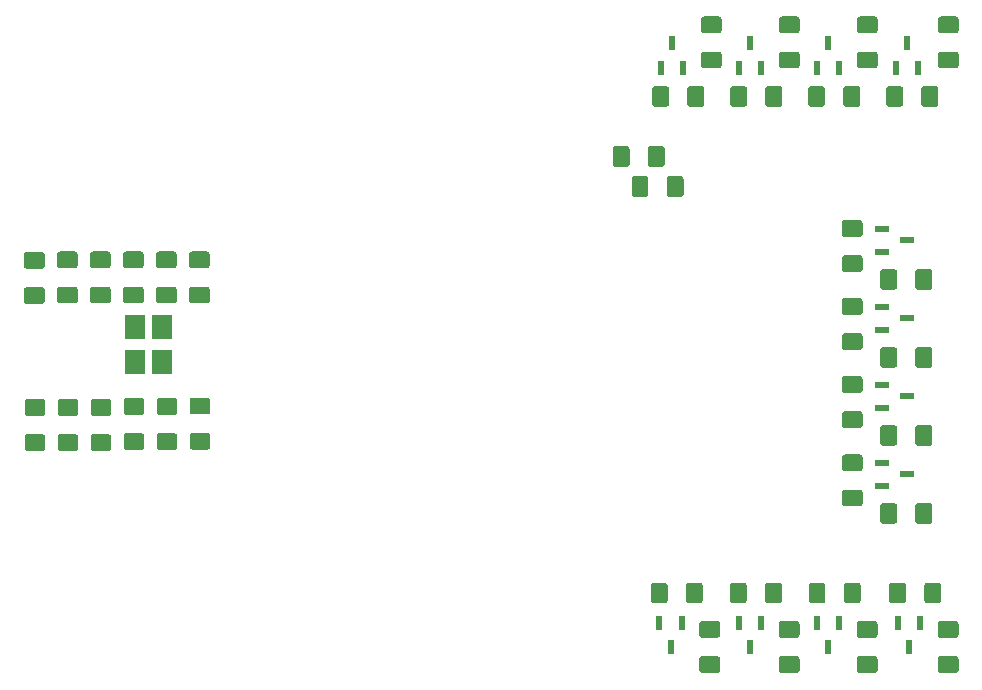
<source format=gbr>
G04 #@! TF.GenerationSoftware,KiCad,Pcbnew,5.0.0-fee4fd1~66~ubuntu18.04.1*
G04 #@! TF.CreationDate,2018-10-02T15:59:07+02:00*
G04 #@! TF.ProjectId,pcb,7063622E6B696361645F706362000000,rev?*
G04 #@! TF.SameCoordinates,Original*
G04 #@! TF.FileFunction,Paste,Bot*
G04 #@! TF.FilePolarity,Positive*
%FSLAX46Y46*%
G04 Gerber Fmt 4.6, Leading zero omitted, Abs format (unit mm)*
G04 Created by KiCad (PCBNEW 5.0.0-fee4fd1~66~ubuntu18.04.1) date Tue Oct  2 15:59:07 2018*
%MOMM*%
%LPD*%
G01*
G04 APERTURE LIST*
%ADD10C,0.100000*%
%ADD11C,1.425000*%
%ADD12R,0.600000X1.300000*%
%ADD13R,1.300000X0.600000*%
%ADD14R,1.800000X2.100000*%
G04 APERTURE END LIST*
D10*
G04 #@! TO.C,R6*
G36*
X146864004Y-63134204D02*
X146888273Y-63137804D01*
X146912071Y-63143765D01*
X146935171Y-63152030D01*
X146957349Y-63162520D01*
X146978393Y-63175133D01*
X146998098Y-63189747D01*
X147016277Y-63206223D01*
X147032753Y-63224402D01*
X147047367Y-63244107D01*
X147059980Y-63265151D01*
X147070470Y-63287329D01*
X147078735Y-63310429D01*
X147084696Y-63334227D01*
X147088296Y-63358496D01*
X147089500Y-63383000D01*
X147089500Y-64633000D01*
X147088296Y-64657504D01*
X147084696Y-64681773D01*
X147078735Y-64705571D01*
X147070470Y-64728671D01*
X147059980Y-64750849D01*
X147047367Y-64771893D01*
X147032753Y-64791598D01*
X147016277Y-64809777D01*
X146998098Y-64826253D01*
X146978393Y-64840867D01*
X146957349Y-64853480D01*
X146935171Y-64863970D01*
X146912071Y-64872235D01*
X146888273Y-64878196D01*
X146864004Y-64881796D01*
X146839500Y-64883000D01*
X145914500Y-64883000D01*
X145889996Y-64881796D01*
X145865727Y-64878196D01*
X145841929Y-64872235D01*
X145818829Y-64863970D01*
X145796651Y-64853480D01*
X145775607Y-64840867D01*
X145755902Y-64826253D01*
X145737723Y-64809777D01*
X145721247Y-64791598D01*
X145706633Y-64771893D01*
X145694020Y-64750849D01*
X145683530Y-64728671D01*
X145675265Y-64705571D01*
X145669304Y-64681773D01*
X145665704Y-64657504D01*
X145664500Y-64633000D01*
X145664500Y-63383000D01*
X145665704Y-63358496D01*
X145669304Y-63334227D01*
X145675265Y-63310429D01*
X145683530Y-63287329D01*
X145694020Y-63265151D01*
X145706633Y-63244107D01*
X145721247Y-63224402D01*
X145737723Y-63206223D01*
X145755902Y-63189747D01*
X145775607Y-63175133D01*
X145796651Y-63162520D01*
X145818829Y-63152030D01*
X145841929Y-63143765D01*
X145865727Y-63137804D01*
X145889996Y-63134204D01*
X145914500Y-63133000D01*
X146839500Y-63133000D01*
X146864004Y-63134204D01*
X146864004Y-63134204D01*
G37*
D11*
X146377000Y-64008000D03*
D10*
G36*
X149839004Y-63134204D02*
X149863273Y-63137804D01*
X149887071Y-63143765D01*
X149910171Y-63152030D01*
X149932349Y-63162520D01*
X149953393Y-63175133D01*
X149973098Y-63189747D01*
X149991277Y-63206223D01*
X150007753Y-63224402D01*
X150022367Y-63244107D01*
X150034980Y-63265151D01*
X150045470Y-63287329D01*
X150053735Y-63310429D01*
X150059696Y-63334227D01*
X150063296Y-63358496D01*
X150064500Y-63383000D01*
X150064500Y-64633000D01*
X150063296Y-64657504D01*
X150059696Y-64681773D01*
X150053735Y-64705571D01*
X150045470Y-64728671D01*
X150034980Y-64750849D01*
X150022367Y-64771893D01*
X150007753Y-64791598D01*
X149991277Y-64809777D01*
X149973098Y-64826253D01*
X149953393Y-64840867D01*
X149932349Y-64853480D01*
X149910171Y-64863970D01*
X149887071Y-64872235D01*
X149863273Y-64878196D01*
X149839004Y-64881796D01*
X149814500Y-64883000D01*
X148889500Y-64883000D01*
X148864996Y-64881796D01*
X148840727Y-64878196D01*
X148816929Y-64872235D01*
X148793829Y-64863970D01*
X148771651Y-64853480D01*
X148750607Y-64840867D01*
X148730902Y-64826253D01*
X148712723Y-64809777D01*
X148696247Y-64791598D01*
X148681633Y-64771893D01*
X148669020Y-64750849D01*
X148658530Y-64728671D01*
X148650265Y-64705571D01*
X148644304Y-64681773D01*
X148640704Y-64657504D01*
X148639500Y-64633000D01*
X148639500Y-63383000D01*
X148640704Y-63358496D01*
X148644304Y-63334227D01*
X148650265Y-63310429D01*
X148658530Y-63287329D01*
X148669020Y-63265151D01*
X148681633Y-63244107D01*
X148696247Y-63224402D01*
X148712723Y-63206223D01*
X148730902Y-63189747D01*
X148750607Y-63175133D01*
X148771651Y-63162520D01*
X148793829Y-63152030D01*
X148816929Y-63143765D01*
X148840727Y-63137804D01*
X148864996Y-63134204D01*
X148889500Y-63133000D01*
X149814500Y-63133000D01*
X149839004Y-63134204D01*
X149839004Y-63134204D01*
G37*
D11*
X149352000Y-64008000D03*
G04 #@! TD*
D10*
G04 #@! TO.C,R7*
G36*
X145267004Y-60594204D02*
X145291273Y-60597804D01*
X145315071Y-60603765D01*
X145338171Y-60612030D01*
X145360349Y-60622520D01*
X145381393Y-60635133D01*
X145401098Y-60649747D01*
X145419277Y-60666223D01*
X145435753Y-60684402D01*
X145450367Y-60704107D01*
X145462980Y-60725151D01*
X145473470Y-60747329D01*
X145481735Y-60770429D01*
X145487696Y-60794227D01*
X145491296Y-60818496D01*
X145492500Y-60843000D01*
X145492500Y-62093000D01*
X145491296Y-62117504D01*
X145487696Y-62141773D01*
X145481735Y-62165571D01*
X145473470Y-62188671D01*
X145462980Y-62210849D01*
X145450367Y-62231893D01*
X145435753Y-62251598D01*
X145419277Y-62269777D01*
X145401098Y-62286253D01*
X145381393Y-62300867D01*
X145360349Y-62313480D01*
X145338171Y-62323970D01*
X145315071Y-62332235D01*
X145291273Y-62338196D01*
X145267004Y-62341796D01*
X145242500Y-62343000D01*
X144317500Y-62343000D01*
X144292996Y-62341796D01*
X144268727Y-62338196D01*
X144244929Y-62332235D01*
X144221829Y-62323970D01*
X144199651Y-62313480D01*
X144178607Y-62300867D01*
X144158902Y-62286253D01*
X144140723Y-62269777D01*
X144124247Y-62251598D01*
X144109633Y-62231893D01*
X144097020Y-62210849D01*
X144086530Y-62188671D01*
X144078265Y-62165571D01*
X144072304Y-62141773D01*
X144068704Y-62117504D01*
X144067500Y-62093000D01*
X144067500Y-60843000D01*
X144068704Y-60818496D01*
X144072304Y-60794227D01*
X144078265Y-60770429D01*
X144086530Y-60747329D01*
X144097020Y-60725151D01*
X144109633Y-60704107D01*
X144124247Y-60684402D01*
X144140723Y-60666223D01*
X144158902Y-60649747D01*
X144178607Y-60635133D01*
X144199651Y-60622520D01*
X144221829Y-60612030D01*
X144244929Y-60603765D01*
X144268727Y-60597804D01*
X144292996Y-60594204D01*
X144317500Y-60593000D01*
X145242500Y-60593000D01*
X145267004Y-60594204D01*
X145267004Y-60594204D01*
G37*
D11*
X144780000Y-61468000D03*
D10*
G36*
X148242004Y-60594204D02*
X148266273Y-60597804D01*
X148290071Y-60603765D01*
X148313171Y-60612030D01*
X148335349Y-60622520D01*
X148356393Y-60635133D01*
X148376098Y-60649747D01*
X148394277Y-60666223D01*
X148410753Y-60684402D01*
X148425367Y-60704107D01*
X148437980Y-60725151D01*
X148448470Y-60747329D01*
X148456735Y-60770429D01*
X148462696Y-60794227D01*
X148466296Y-60818496D01*
X148467500Y-60843000D01*
X148467500Y-62093000D01*
X148466296Y-62117504D01*
X148462696Y-62141773D01*
X148456735Y-62165571D01*
X148448470Y-62188671D01*
X148437980Y-62210849D01*
X148425367Y-62231893D01*
X148410753Y-62251598D01*
X148394277Y-62269777D01*
X148376098Y-62286253D01*
X148356393Y-62300867D01*
X148335349Y-62313480D01*
X148313171Y-62323970D01*
X148290071Y-62332235D01*
X148266273Y-62338196D01*
X148242004Y-62341796D01*
X148217500Y-62343000D01*
X147292500Y-62343000D01*
X147267996Y-62341796D01*
X147243727Y-62338196D01*
X147219929Y-62332235D01*
X147196829Y-62323970D01*
X147174651Y-62313480D01*
X147153607Y-62300867D01*
X147133902Y-62286253D01*
X147115723Y-62269777D01*
X147099247Y-62251598D01*
X147084633Y-62231893D01*
X147072020Y-62210849D01*
X147061530Y-62188671D01*
X147053265Y-62165571D01*
X147047304Y-62141773D01*
X147043704Y-62117504D01*
X147042500Y-62093000D01*
X147042500Y-60843000D01*
X147043704Y-60818496D01*
X147047304Y-60794227D01*
X147053265Y-60770429D01*
X147061530Y-60747329D01*
X147072020Y-60725151D01*
X147084633Y-60704107D01*
X147099247Y-60684402D01*
X147115723Y-60666223D01*
X147133902Y-60649747D01*
X147153607Y-60635133D01*
X147174651Y-60622520D01*
X147196829Y-60612030D01*
X147219929Y-60603765D01*
X147243727Y-60597804D01*
X147267996Y-60594204D01*
X147292500Y-60593000D01*
X148217500Y-60593000D01*
X148242004Y-60594204D01*
X148242004Y-60594204D01*
G37*
D11*
X147755000Y-61468000D03*
G04 #@! TD*
D12*
G04 #@! TO.C,Q1*
X169918903Y-53996300D03*
X168018903Y-53996300D03*
X168968903Y-51896300D03*
G04 #@! TD*
D13*
G04 #@! TO.C,Q2*
X166844000Y-89342000D03*
X166844000Y-87442000D03*
X168944000Y-88392000D03*
G04 #@! TD*
D12*
G04 #@! TO.C,Q3*
X163256000Y-53996300D03*
X161356000Y-53996300D03*
X162306000Y-51896300D03*
G04 #@! TD*
D13*
G04 #@! TO.C,Q4*
X166844000Y-82738000D03*
X166844000Y-80838000D03*
X168944000Y-81788000D03*
G04 #@! TD*
D14*
G04 #@! TO.C,Y1*
X105918000Y-78846000D03*
X105918000Y-75946000D03*
X103618000Y-75946000D03*
X103618000Y-78846000D03*
G04 #@! TD*
D10*
G04 #@! TO.C,R5*
G36*
X106916860Y-72487641D02*
X106941129Y-72491241D01*
X106964927Y-72497202D01*
X106988027Y-72505467D01*
X107010205Y-72515957D01*
X107031249Y-72528570D01*
X107050954Y-72543184D01*
X107069133Y-72559660D01*
X107085609Y-72577839D01*
X107100223Y-72597544D01*
X107112836Y-72618588D01*
X107123326Y-72640766D01*
X107131591Y-72663866D01*
X107137552Y-72687664D01*
X107141152Y-72711933D01*
X107142356Y-72736437D01*
X107142356Y-73661437D01*
X107141152Y-73685941D01*
X107137552Y-73710210D01*
X107131591Y-73734008D01*
X107123326Y-73757108D01*
X107112836Y-73779286D01*
X107100223Y-73800330D01*
X107085609Y-73820035D01*
X107069133Y-73838214D01*
X107050954Y-73854690D01*
X107031249Y-73869304D01*
X107010205Y-73881917D01*
X106988027Y-73892407D01*
X106964927Y-73900672D01*
X106941129Y-73906633D01*
X106916860Y-73910233D01*
X106892356Y-73911437D01*
X105642356Y-73911437D01*
X105617852Y-73910233D01*
X105593583Y-73906633D01*
X105569785Y-73900672D01*
X105546685Y-73892407D01*
X105524507Y-73881917D01*
X105503463Y-73869304D01*
X105483758Y-73854690D01*
X105465579Y-73838214D01*
X105449103Y-73820035D01*
X105434489Y-73800330D01*
X105421876Y-73779286D01*
X105411386Y-73757108D01*
X105403121Y-73734008D01*
X105397160Y-73710210D01*
X105393560Y-73685941D01*
X105392356Y-73661437D01*
X105392356Y-72736437D01*
X105393560Y-72711933D01*
X105397160Y-72687664D01*
X105403121Y-72663866D01*
X105411386Y-72640766D01*
X105421876Y-72618588D01*
X105434489Y-72597544D01*
X105449103Y-72577839D01*
X105465579Y-72559660D01*
X105483758Y-72543184D01*
X105503463Y-72528570D01*
X105524507Y-72515957D01*
X105546685Y-72505467D01*
X105569785Y-72497202D01*
X105593583Y-72491241D01*
X105617852Y-72487641D01*
X105642356Y-72486437D01*
X106892356Y-72486437D01*
X106916860Y-72487641D01*
X106916860Y-72487641D01*
G37*
D11*
X106267356Y-73198937D03*
D10*
G36*
X106916860Y-69512641D02*
X106941129Y-69516241D01*
X106964927Y-69522202D01*
X106988027Y-69530467D01*
X107010205Y-69540957D01*
X107031249Y-69553570D01*
X107050954Y-69568184D01*
X107069133Y-69584660D01*
X107085609Y-69602839D01*
X107100223Y-69622544D01*
X107112836Y-69643588D01*
X107123326Y-69665766D01*
X107131591Y-69688866D01*
X107137552Y-69712664D01*
X107141152Y-69736933D01*
X107142356Y-69761437D01*
X107142356Y-70686437D01*
X107141152Y-70710941D01*
X107137552Y-70735210D01*
X107131591Y-70759008D01*
X107123326Y-70782108D01*
X107112836Y-70804286D01*
X107100223Y-70825330D01*
X107085609Y-70845035D01*
X107069133Y-70863214D01*
X107050954Y-70879690D01*
X107031249Y-70894304D01*
X107010205Y-70906917D01*
X106988027Y-70917407D01*
X106964927Y-70925672D01*
X106941129Y-70931633D01*
X106916860Y-70935233D01*
X106892356Y-70936437D01*
X105642356Y-70936437D01*
X105617852Y-70935233D01*
X105593583Y-70931633D01*
X105569785Y-70925672D01*
X105546685Y-70917407D01*
X105524507Y-70906917D01*
X105503463Y-70894304D01*
X105483758Y-70879690D01*
X105465579Y-70863214D01*
X105449103Y-70845035D01*
X105434489Y-70825330D01*
X105421876Y-70804286D01*
X105411386Y-70782108D01*
X105403121Y-70759008D01*
X105397160Y-70735210D01*
X105393560Y-70710941D01*
X105392356Y-70686437D01*
X105392356Y-69761437D01*
X105393560Y-69736933D01*
X105397160Y-69712664D01*
X105403121Y-69688866D01*
X105411386Y-69665766D01*
X105421876Y-69643588D01*
X105434489Y-69622544D01*
X105449103Y-69602839D01*
X105465579Y-69584660D01*
X105483758Y-69568184D01*
X105503463Y-69553570D01*
X105524507Y-69540957D01*
X105546685Y-69530467D01*
X105569785Y-69522202D01*
X105593583Y-69516241D01*
X105617852Y-69512641D01*
X105642356Y-69511437D01*
X106892356Y-69511437D01*
X106916860Y-69512641D01*
X106916860Y-69512641D01*
G37*
D11*
X106267356Y-70223937D03*
G04 #@! TD*
D10*
G04 #@! TO.C,R8*
G36*
X168417504Y-55514204D02*
X168441773Y-55517804D01*
X168465571Y-55523765D01*
X168488671Y-55532030D01*
X168510849Y-55542520D01*
X168531893Y-55555133D01*
X168551598Y-55569747D01*
X168569777Y-55586223D01*
X168586253Y-55604402D01*
X168600867Y-55624107D01*
X168613480Y-55645151D01*
X168623970Y-55667329D01*
X168632235Y-55690429D01*
X168638196Y-55714227D01*
X168641796Y-55738496D01*
X168643000Y-55763000D01*
X168643000Y-57013000D01*
X168641796Y-57037504D01*
X168638196Y-57061773D01*
X168632235Y-57085571D01*
X168623970Y-57108671D01*
X168613480Y-57130849D01*
X168600867Y-57151893D01*
X168586253Y-57171598D01*
X168569777Y-57189777D01*
X168551598Y-57206253D01*
X168531893Y-57220867D01*
X168510849Y-57233480D01*
X168488671Y-57243970D01*
X168465571Y-57252235D01*
X168441773Y-57258196D01*
X168417504Y-57261796D01*
X168393000Y-57263000D01*
X167468000Y-57263000D01*
X167443496Y-57261796D01*
X167419227Y-57258196D01*
X167395429Y-57252235D01*
X167372329Y-57243970D01*
X167350151Y-57233480D01*
X167329107Y-57220867D01*
X167309402Y-57206253D01*
X167291223Y-57189777D01*
X167274747Y-57171598D01*
X167260133Y-57151893D01*
X167247520Y-57130849D01*
X167237030Y-57108671D01*
X167228765Y-57085571D01*
X167222804Y-57061773D01*
X167219204Y-57037504D01*
X167218000Y-57013000D01*
X167218000Y-55763000D01*
X167219204Y-55738496D01*
X167222804Y-55714227D01*
X167228765Y-55690429D01*
X167237030Y-55667329D01*
X167247520Y-55645151D01*
X167260133Y-55624107D01*
X167274747Y-55604402D01*
X167291223Y-55586223D01*
X167309402Y-55569747D01*
X167329107Y-55555133D01*
X167350151Y-55542520D01*
X167372329Y-55532030D01*
X167395429Y-55523765D01*
X167419227Y-55517804D01*
X167443496Y-55514204D01*
X167468000Y-55513000D01*
X168393000Y-55513000D01*
X168417504Y-55514204D01*
X168417504Y-55514204D01*
G37*
D11*
X167930500Y-56388000D03*
D10*
G36*
X171392504Y-55514204D02*
X171416773Y-55517804D01*
X171440571Y-55523765D01*
X171463671Y-55532030D01*
X171485849Y-55542520D01*
X171506893Y-55555133D01*
X171526598Y-55569747D01*
X171544777Y-55586223D01*
X171561253Y-55604402D01*
X171575867Y-55624107D01*
X171588480Y-55645151D01*
X171598970Y-55667329D01*
X171607235Y-55690429D01*
X171613196Y-55714227D01*
X171616796Y-55738496D01*
X171618000Y-55763000D01*
X171618000Y-57013000D01*
X171616796Y-57037504D01*
X171613196Y-57061773D01*
X171607235Y-57085571D01*
X171598970Y-57108671D01*
X171588480Y-57130849D01*
X171575867Y-57151893D01*
X171561253Y-57171598D01*
X171544777Y-57189777D01*
X171526598Y-57206253D01*
X171506893Y-57220867D01*
X171485849Y-57233480D01*
X171463671Y-57243970D01*
X171440571Y-57252235D01*
X171416773Y-57258196D01*
X171392504Y-57261796D01*
X171368000Y-57263000D01*
X170443000Y-57263000D01*
X170418496Y-57261796D01*
X170394227Y-57258196D01*
X170370429Y-57252235D01*
X170347329Y-57243970D01*
X170325151Y-57233480D01*
X170304107Y-57220867D01*
X170284402Y-57206253D01*
X170266223Y-57189777D01*
X170249747Y-57171598D01*
X170235133Y-57151893D01*
X170222520Y-57130849D01*
X170212030Y-57108671D01*
X170203765Y-57085571D01*
X170197804Y-57061773D01*
X170194204Y-57037504D01*
X170193000Y-57013000D01*
X170193000Y-55763000D01*
X170194204Y-55738496D01*
X170197804Y-55714227D01*
X170203765Y-55690429D01*
X170212030Y-55667329D01*
X170222520Y-55645151D01*
X170235133Y-55624107D01*
X170249747Y-55604402D01*
X170266223Y-55586223D01*
X170284402Y-55569747D01*
X170304107Y-55555133D01*
X170325151Y-55542520D01*
X170347329Y-55532030D01*
X170370429Y-55523765D01*
X170394227Y-55517804D01*
X170418496Y-55514204D01*
X170443000Y-55513000D01*
X171368000Y-55513000D01*
X171392504Y-55514204D01*
X171392504Y-55514204D01*
G37*
D11*
X170905500Y-56388000D03*
G04 #@! TD*
D10*
G04 #@! TO.C,R9*
G36*
X173115504Y-52592204D02*
X173139773Y-52595804D01*
X173163571Y-52601765D01*
X173186671Y-52610030D01*
X173208849Y-52620520D01*
X173229893Y-52633133D01*
X173249598Y-52647747D01*
X173267777Y-52664223D01*
X173284253Y-52682402D01*
X173298867Y-52702107D01*
X173311480Y-52723151D01*
X173321970Y-52745329D01*
X173330235Y-52768429D01*
X173336196Y-52792227D01*
X173339796Y-52816496D01*
X173341000Y-52841000D01*
X173341000Y-53766000D01*
X173339796Y-53790504D01*
X173336196Y-53814773D01*
X173330235Y-53838571D01*
X173321970Y-53861671D01*
X173311480Y-53883849D01*
X173298867Y-53904893D01*
X173284253Y-53924598D01*
X173267777Y-53942777D01*
X173249598Y-53959253D01*
X173229893Y-53973867D01*
X173208849Y-53986480D01*
X173186671Y-53996970D01*
X173163571Y-54005235D01*
X173139773Y-54011196D01*
X173115504Y-54014796D01*
X173091000Y-54016000D01*
X171841000Y-54016000D01*
X171816496Y-54014796D01*
X171792227Y-54011196D01*
X171768429Y-54005235D01*
X171745329Y-53996970D01*
X171723151Y-53986480D01*
X171702107Y-53973867D01*
X171682402Y-53959253D01*
X171664223Y-53942777D01*
X171647747Y-53924598D01*
X171633133Y-53904893D01*
X171620520Y-53883849D01*
X171610030Y-53861671D01*
X171601765Y-53838571D01*
X171595804Y-53814773D01*
X171592204Y-53790504D01*
X171591000Y-53766000D01*
X171591000Y-52841000D01*
X171592204Y-52816496D01*
X171595804Y-52792227D01*
X171601765Y-52768429D01*
X171610030Y-52745329D01*
X171620520Y-52723151D01*
X171633133Y-52702107D01*
X171647747Y-52682402D01*
X171664223Y-52664223D01*
X171682402Y-52647747D01*
X171702107Y-52633133D01*
X171723151Y-52620520D01*
X171745329Y-52610030D01*
X171768429Y-52601765D01*
X171792227Y-52595804D01*
X171816496Y-52592204D01*
X171841000Y-52591000D01*
X173091000Y-52591000D01*
X173115504Y-52592204D01*
X173115504Y-52592204D01*
G37*
D11*
X172466000Y-53303500D03*
D10*
G36*
X173115504Y-49617204D02*
X173139773Y-49620804D01*
X173163571Y-49626765D01*
X173186671Y-49635030D01*
X173208849Y-49645520D01*
X173229893Y-49658133D01*
X173249598Y-49672747D01*
X173267777Y-49689223D01*
X173284253Y-49707402D01*
X173298867Y-49727107D01*
X173311480Y-49748151D01*
X173321970Y-49770329D01*
X173330235Y-49793429D01*
X173336196Y-49817227D01*
X173339796Y-49841496D01*
X173341000Y-49866000D01*
X173341000Y-50791000D01*
X173339796Y-50815504D01*
X173336196Y-50839773D01*
X173330235Y-50863571D01*
X173321970Y-50886671D01*
X173311480Y-50908849D01*
X173298867Y-50929893D01*
X173284253Y-50949598D01*
X173267777Y-50967777D01*
X173249598Y-50984253D01*
X173229893Y-50998867D01*
X173208849Y-51011480D01*
X173186671Y-51021970D01*
X173163571Y-51030235D01*
X173139773Y-51036196D01*
X173115504Y-51039796D01*
X173091000Y-51041000D01*
X171841000Y-51041000D01*
X171816496Y-51039796D01*
X171792227Y-51036196D01*
X171768429Y-51030235D01*
X171745329Y-51021970D01*
X171723151Y-51011480D01*
X171702107Y-50998867D01*
X171682402Y-50984253D01*
X171664223Y-50967777D01*
X171647747Y-50949598D01*
X171633133Y-50929893D01*
X171620520Y-50908849D01*
X171610030Y-50886671D01*
X171601765Y-50863571D01*
X171595804Y-50839773D01*
X171592204Y-50815504D01*
X171591000Y-50791000D01*
X171591000Y-49866000D01*
X171592204Y-49841496D01*
X171595804Y-49817227D01*
X171601765Y-49793429D01*
X171610030Y-49770329D01*
X171620520Y-49748151D01*
X171633133Y-49727107D01*
X171647747Y-49707402D01*
X171664223Y-49689223D01*
X171682402Y-49672747D01*
X171702107Y-49658133D01*
X171723151Y-49645520D01*
X171745329Y-49635030D01*
X171768429Y-49626765D01*
X171792227Y-49620804D01*
X171816496Y-49617204D01*
X171841000Y-49616000D01*
X173091000Y-49616000D01*
X173115504Y-49617204D01*
X173115504Y-49617204D01*
G37*
D11*
X172466000Y-50328500D03*
G04 #@! TD*
D10*
G04 #@! TO.C,R10*
G36*
X164987504Y-86701204D02*
X165011773Y-86704804D01*
X165035571Y-86710765D01*
X165058671Y-86719030D01*
X165080849Y-86729520D01*
X165101893Y-86742133D01*
X165121598Y-86756747D01*
X165139777Y-86773223D01*
X165156253Y-86791402D01*
X165170867Y-86811107D01*
X165183480Y-86832151D01*
X165193970Y-86854329D01*
X165202235Y-86877429D01*
X165208196Y-86901227D01*
X165211796Y-86925496D01*
X165213000Y-86950000D01*
X165213000Y-87875000D01*
X165211796Y-87899504D01*
X165208196Y-87923773D01*
X165202235Y-87947571D01*
X165193970Y-87970671D01*
X165183480Y-87992849D01*
X165170867Y-88013893D01*
X165156253Y-88033598D01*
X165139777Y-88051777D01*
X165121598Y-88068253D01*
X165101893Y-88082867D01*
X165080849Y-88095480D01*
X165058671Y-88105970D01*
X165035571Y-88114235D01*
X165011773Y-88120196D01*
X164987504Y-88123796D01*
X164963000Y-88125000D01*
X163713000Y-88125000D01*
X163688496Y-88123796D01*
X163664227Y-88120196D01*
X163640429Y-88114235D01*
X163617329Y-88105970D01*
X163595151Y-88095480D01*
X163574107Y-88082867D01*
X163554402Y-88068253D01*
X163536223Y-88051777D01*
X163519747Y-88033598D01*
X163505133Y-88013893D01*
X163492520Y-87992849D01*
X163482030Y-87970671D01*
X163473765Y-87947571D01*
X163467804Y-87923773D01*
X163464204Y-87899504D01*
X163463000Y-87875000D01*
X163463000Y-86950000D01*
X163464204Y-86925496D01*
X163467804Y-86901227D01*
X163473765Y-86877429D01*
X163482030Y-86854329D01*
X163492520Y-86832151D01*
X163505133Y-86811107D01*
X163519747Y-86791402D01*
X163536223Y-86773223D01*
X163554402Y-86756747D01*
X163574107Y-86742133D01*
X163595151Y-86729520D01*
X163617329Y-86719030D01*
X163640429Y-86710765D01*
X163664227Y-86704804D01*
X163688496Y-86701204D01*
X163713000Y-86700000D01*
X164963000Y-86700000D01*
X164987504Y-86701204D01*
X164987504Y-86701204D01*
G37*
D11*
X164338000Y-87412500D03*
D10*
G36*
X164987504Y-89676204D02*
X165011773Y-89679804D01*
X165035571Y-89685765D01*
X165058671Y-89694030D01*
X165080849Y-89704520D01*
X165101893Y-89717133D01*
X165121598Y-89731747D01*
X165139777Y-89748223D01*
X165156253Y-89766402D01*
X165170867Y-89786107D01*
X165183480Y-89807151D01*
X165193970Y-89829329D01*
X165202235Y-89852429D01*
X165208196Y-89876227D01*
X165211796Y-89900496D01*
X165213000Y-89925000D01*
X165213000Y-90850000D01*
X165211796Y-90874504D01*
X165208196Y-90898773D01*
X165202235Y-90922571D01*
X165193970Y-90945671D01*
X165183480Y-90967849D01*
X165170867Y-90988893D01*
X165156253Y-91008598D01*
X165139777Y-91026777D01*
X165121598Y-91043253D01*
X165101893Y-91057867D01*
X165080849Y-91070480D01*
X165058671Y-91080970D01*
X165035571Y-91089235D01*
X165011773Y-91095196D01*
X164987504Y-91098796D01*
X164963000Y-91100000D01*
X163713000Y-91100000D01*
X163688496Y-91098796D01*
X163664227Y-91095196D01*
X163640429Y-91089235D01*
X163617329Y-91080970D01*
X163595151Y-91070480D01*
X163574107Y-91057867D01*
X163554402Y-91043253D01*
X163536223Y-91026777D01*
X163519747Y-91008598D01*
X163505133Y-90988893D01*
X163492520Y-90967849D01*
X163482030Y-90945671D01*
X163473765Y-90922571D01*
X163467804Y-90898773D01*
X163464204Y-90874504D01*
X163463000Y-90850000D01*
X163463000Y-89925000D01*
X163464204Y-89900496D01*
X163467804Y-89876227D01*
X163473765Y-89852429D01*
X163482030Y-89829329D01*
X163492520Y-89807151D01*
X163505133Y-89786107D01*
X163519747Y-89766402D01*
X163536223Y-89748223D01*
X163554402Y-89731747D01*
X163574107Y-89717133D01*
X163595151Y-89704520D01*
X163617329Y-89694030D01*
X163640429Y-89685765D01*
X163664227Y-89679804D01*
X163688496Y-89676204D01*
X163713000Y-89675000D01*
X164963000Y-89675000D01*
X164987504Y-89676204D01*
X164987504Y-89676204D01*
G37*
D11*
X164338000Y-90387500D03*
G04 #@! TD*
D10*
G04 #@! TO.C,R11*
G36*
X167909504Y-90820204D02*
X167933773Y-90823804D01*
X167957571Y-90829765D01*
X167980671Y-90838030D01*
X168002849Y-90848520D01*
X168023893Y-90861133D01*
X168043598Y-90875747D01*
X168061777Y-90892223D01*
X168078253Y-90910402D01*
X168092867Y-90930107D01*
X168105480Y-90951151D01*
X168115970Y-90973329D01*
X168124235Y-90996429D01*
X168130196Y-91020227D01*
X168133796Y-91044496D01*
X168135000Y-91069000D01*
X168135000Y-92319000D01*
X168133796Y-92343504D01*
X168130196Y-92367773D01*
X168124235Y-92391571D01*
X168115970Y-92414671D01*
X168105480Y-92436849D01*
X168092867Y-92457893D01*
X168078253Y-92477598D01*
X168061777Y-92495777D01*
X168043598Y-92512253D01*
X168023893Y-92526867D01*
X168002849Y-92539480D01*
X167980671Y-92549970D01*
X167957571Y-92558235D01*
X167933773Y-92564196D01*
X167909504Y-92567796D01*
X167885000Y-92569000D01*
X166960000Y-92569000D01*
X166935496Y-92567796D01*
X166911227Y-92564196D01*
X166887429Y-92558235D01*
X166864329Y-92549970D01*
X166842151Y-92539480D01*
X166821107Y-92526867D01*
X166801402Y-92512253D01*
X166783223Y-92495777D01*
X166766747Y-92477598D01*
X166752133Y-92457893D01*
X166739520Y-92436849D01*
X166729030Y-92414671D01*
X166720765Y-92391571D01*
X166714804Y-92367773D01*
X166711204Y-92343504D01*
X166710000Y-92319000D01*
X166710000Y-91069000D01*
X166711204Y-91044496D01*
X166714804Y-91020227D01*
X166720765Y-90996429D01*
X166729030Y-90973329D01*
X166739520Y-90951151D01*
X166752133Y-90930107D01*
X166766747Y-90910402D01*
X166783223Y-90892223D01*
X166801402Y-90875747D01*
X166821107Y-90861133D01*
X166842151Y-90848520D01*
X166864329Y-90838030D01*
X166887429Y-90829765D01*
X166911227Y-90823804D01*
X166935496Y-90820204D01*
X166960000Y-90819000D01*
X167885000Y-90819000D01*
X167909504Y-90820204D01*
X167909504Y-90820204D01*
G37*
D11*
X167422500Y-91694000D03*
D10*
G36*
X170884504Y-90820204D02*
X170908773Y-90823804D01*
X170932571Y-90829765D01*
X170955671Y-90838030D01*
X170977849Y-90848520D01*
X170998893Y-90861133D01*
X171018598Y-90875747D01*
X171036777Y-90892223D01*
X171053253Y-90910402D01*
X171067867Y-90930107D01*
X171080480Y-90951151D01*
X171090970Y-90973329D01*
X171099235Y-90996429D01*
X171105196Y-91020227D01*
X171108796Y-91044496D01*
X171110000Y-91069000D01*
X171110000Y-92319000D01*
X171108796Y-92343504D01*
X171105196Y-92367773D01*
X171099235Y-92391571D01*
X171090970Y-92414671D01*
X171080480Y-92436849D01*
X171067867Y-92457893D01*
X171053253Y-92477598D01*
X171036777Y-92495777D01*
X171018598Y-92512253D01*
X170998893Y-92526867D01*
X170977849Y-92539480D01*
X170955671Y-92549970D01*
X170932571Y-92558235D01*
X170908773Y-92564196D01*
X170884504Y-92567796D01*
X170860000Y-92569000D01*
X169935000Y-92569000D01*
X169910496Y-92567796D01*
X169886227Y-92564196D01*
X169862429Y-92558235D01*
X169839329Y-92549970D01*
X169817151Y-92539480D01*
X169796107Y-92526867D01*
X169776402Y-92512253D01*
X169758223Y-92495777D01*
X169741747Y-92477598D01*
X169727133Y-92457893D01*
X169714520Y-92436849D01*
X169704030Y-92414671D01*
X169695765Y-92391571D01*
X169689804Y-92367773D01*
X169686204Y-92343504D01*
X169685000Y-92319000D01*
X169685000Y-91069000D01*
X169686204Y-91044496D01*
X169689804Y-91020227D01*
X169695765Y-90996429D01*
X169704030Y-90973329D01*
X169714520Y-90951151D01*
X169727133Y-90930107D01*
X169741747Y-90910402D01*
X169758223Y-90892223D01*
X169776402Y-90875747D01*
X169796107Y-90861133D01*
X169817151Y-90848520D01*
X169839329Y-90838030D01*
X169862429Y-90829765D01*
X169886227Y-90823804D01*
X169910496Y-90820204D01*
X169935000Y-90819000D01*
X170860000Y-90819000D01*
X170884504Y-90820204D01*
X170884504Y-90820204D01*
G37*
D11*
X170397500Y-91694000D03*
G04 #@! TD*
D10*
G04 #@! TO.C,R12*
G36*
X161805944Y-55514204D02*
X161830213Y-55517804D01*
X161854011Y-55523765D01*
X161877111Y-55532030D01*
X161899289Y-55542520D01*
X161920333Y-55555133D01*
X161940038Y-55569747D01*
X161958217Y-55586223D01*
X161974693Y-55604402D01*
X161989307Y-55624107D01*
X162001920Y-55645151D01*
X162012410Y-55667329D01*
X162020675Y-55690429D01*
X162026636Y-55714227D01*
X162030236Y-55738496D01*
X162031440Y-55763000D01*
X162031440Y-57013000D01*
X162030236Y-57037504D01*
X162026636Y-57061773D01*
X162020675Y-57085571D01*
X162012410Y-57108671D01*
X162001920Y-57130849D01*
X161989307Y-57151893D01*
X161974693Y-57171598D01*
X161958217Y-57189777D01*
X161940038Y-57206253D01*
X161920333Y-57220867D01*
X161899289Y-57233480D01*
X161877111Y-57243970D01*
X161854011Y-57252235D01*
X161830213Y-57258196D01*
X161805944Y-57261796D01*
X161781440Y-57263000D01*
X160856440Y-57263000D01*
X160831936Y-57261796D01*
X160807667Y-57258196D01*
X160783869Y-57252235D01*
X160760769Y-57243970D01*
X160738591Y-57233480D01*
X160717547Y-57220867D01*
X160697842Y-57206253D01*
X160679663Y-57189777D01*
X160663187Y-57171598D01*
X160648573Y-57151893D01*
X160635960Y-57130849D01*
X160625470Y-57108671D01*
X160617205Y-57085571D01*
X160611244Y-57061773D01*
X160607644Y-57037504D01*
X160606440Y-57013000D01*
X160606440Y-55763000D01*
X160607644Y-55738496D01*
X160611244Y-55714227D01*
X160617205Y-55690429D01*
X160625470Y-55667329D01*
X160635960Y-55645151D01*
X160648573Y-55624107D01*
X160663187Y-55604402D01*
X160679663Y-55586223D01*
X160697842Y-55569747D01*
X160717547Y-55555133D01*
X160738591Y-55542520D01*
X160760769Y-55532030D01*
X160783869Y-55523765D01*
X160807667Y-55517804D01*
X160831936Y-55514204D01*
X160856440Y-55513000D01*
X161781440Y-55513000D01*
X161805944Y-55514204D01*
X161805944Y-55514204D01*
G37*
D11*
X161318940Y-56388000D03*
D10*
G36*
X164780944Y-55514204D02*
X164805213Y-55517804D01*
X164829011Y-55523765D01*
X164852111Y-55532030D01*
X164874289Y-55542520D01*
X164895333Y-55555133D01*
X164915038Y-55569747D01*
X164933217Y-55586223D01*
X164949693Y-55604402D01*
X164964307Y-55624107D01*
X164976920Y-55645151D01*
X164987410Y-55667329D01*
X164995675Y-55690429D01*
X165001636Y-55714227D01*
X165005236Y-55738496D01*
X165006440Y-55763000D01*
X165006440Y-57013000D01*
X165005236Y-57037504D01*
X165001636Y-57061773D01*
X164995675Y-57085571D01*
X164987410Y-57108671D01*
X164976920Y-57130849D01*
X164964307Y-57151893D01*
X164949693Y-57171598D01*
X164933217Y-57189777D01*
X164915038Y-57206253D01*
X164895333Y-57220867D01*
X164874289Y-57233480D01*
X164852111Y-57243970D01*
X164829011Y-57252235D01*
X164805213Y-57258196D01*
X164780944Y-57261796D01*
X164756440Y-57263000D01*
X163831440Y-57263000D01*
X163806936Y-57261796D01*
X163782667Y-57258196D01*
X163758869Y-57252235D01*
X163735769Y-57243970D01*
X163713591Y-57233480D01*
X163692547Y-57220867D01*
X163672842Y-57206253D01*
X163654663Y-57189777D01*
X163638187Y-57171598D01*
X163623573Y-57151893D01*
X163610960Y-57130849D01*
X163600470Y-57108671D01*
X163592205Y-57085571D01*
X163586244Y-57061773D01*
X163582644Y-57037504D01*
X163581440Y-57013000D01*
X163581440Y-55763000D01*
X163582644Y-55738496D01*
X163586244Y-55714227D01*
X163592205Y-55690429D01*
X163600470Y-55667329D01*
X163610960Y-55645151D01*
X163623573Y-55624107D01*
X163638187Y-55604402D01*
X163654663Y-55586223D01*
X163672842Y-55569747D01*
X163692547Y-55555133D01*
X163713591Y-55542520D01*
X163735769Y-55532030D01*
X163758869Y-55523765D01*
X163782667Y-55517804D01*
X163806936Y-55514204D01*
X163831440Y-55513000D01*
X164756440Y-55513000D01*
X164780944Y-55514204D01*
X164780944Y-55514204D01*
G37*
D11*
X164293940Y-56388000D03*
G04 #@! TD*
D10*
G04 #@! TO.C,R13*
G36*
X166257504Y-52592204D02*
X166281773Y-52595804D01*
X166305571Y-52601765D01*
X166328671Y-52610030D01*
X166350849Y-52620520D01*
X166371893Y-52633133D01*
X166391598Y-52647747D01*
X166409777Y-52664223D01*
X166426253Y-52682402D01*
X166440867Y-52702107D01*
X166453480Y-52723151D01*
X166463970Y-52745329D01*
X166472235Y-52768429D01*
X166478196Y-52792227D01*
X166481796Y-52816496D01*
X166483000Y-52841000D01*
X166483000Y-53766000D01*
X166481796Y-53790504D01*
X166478196Y-53814773D01*
X166472235Y-53838571D01*
X166463970Y-53861671D01*
X166453480Y-53883849D01*
X166440867Y-53904893D01*
X166426253Y-53924598D01*
X166409777Y-53942777D01*
X166391598Y-53959253D01*
X166371893Y-53973867D01*
X166350849Y-53986480D01*
X166328671Y-53996970D01*
X166305571Y-54005235D01*
X166281773Y-54011196D01*
X166257504Y-54014796D01*
X166233000Y-54016000D01*
X164983000Y-54016000D01*
X164958496Y-54014796D01*
X164934227Y-54011196D01*
X164910429Y-54005235D01*
X164887329Y-53996970D01*
X164865151Y-53986480D01*
X164844107Y-53973867D01*
X164824402Y-53959253D01*
X164806223Y-53942777D01*
X164789747Y-53924598D01*
X164775133Y-53904893D01*
X164762520Y-53883849D01*
X164752030Y-53861671D01*
X164743765Y-53838571D01*
X164737804Y-53814773D01*
X164734204Y-53790504D01*
X164733000Y-53766000D01*
X164733000Y-52841000D01*
X164734204Y-52816496D01*
X164737804Y-52792227D01*
X164743765Y-52768429D01*
X164752030Y-52745329D01*
X164762520Y-52723151D01*
X164775133Y-52702107D01*
X164789747Y-52682402D01*
X164806223Y-52664223D01*
X164824402Y-52647747D01*
X164844107Y-52633133D01*
X164865151Y-52620520D01*
X164887329Y-52610030D01*
X164910429Y-52601765D01*
X164934227Y-52595804D01*
X164958496Y-52592204D01*
X164983000Y-52591000D01*
X166233000Y-52591000D01*
X166257504Y-52592204D01*
X166257504Y-52592204D01*
G37*
D11*
X165608000Y-53303500D03*
D10*
G36*
X166257504Y-49617204D02*
X166281773Y-49620804D01*
X166305571Y-49626765D01*
X166328671Y-49635030D01*
X166350849Y-49645520D01*
X166371893Y-49658133D01*
X166391598Y-49672747D01*
X166409777Y-49689223D01*
X166426253Y-49707402D01*
X166440867Y-49727107D01*
X166453480Y-49748151D01*
X166463970Y-49770329D01*
X166472235Y-49793429D01*
X166478196Y-49817227D01*
X166481796Y-49841496D01*
X166483000Y-49866000D01*
X166483000Y-50791000D01*
X166481796Y-50815504D01*
X166478196Y-50839773D01*
X166472235Y-50863571D01*
X166463970Y-50886671D01*
X166453480Y-50908849D01*
X166440867Y-50929893D01*
X166426253Y-50949598D01*
X166409777Y-50967777D01*
X166391598Y-50984253D01*
X166371893Y-50998867D01*
X166350849Y-51011480D01*
X166328671Y-51021970D01*
X166305571Y-51030235D01*
X166281773Y-51036196D01*
X166257504Y-51039796D01*
X166233000Y-51041000D01*
X164983000Y-51041000D01*
X164958496Y-51039796D01*
X164934227Y-51036196D01*
X164910429Y-51030235D01*
X164887329Y-51021970D01*
X164865151Y-51011480D01*
X164844107Y-50998867D01*
X164824402Y-50984253D01*
X164806223Y-50967777D01*
X164789747Y-50949598D01*
X164775133Y-50929893D01*
X164762520Y-50908849D01*
X164752030Y-50886671D01*
X164743765Y-50863571D01*
X164737804Y-50839773D01*
X164734204Y-50815504D01*
X164733000Y-50791000D01*
X164733000Y-49866000D01*
X164734204Y-49841496D01*
X164737804Y-49817227D01*
X164743765Y-49793429D01*
X164752030Y-49770329D01*
X164762520Y-49748151D01*
X164775133Y-49727107D01*
X164789747Y-49707402D01*
X164806223Y-49689223D01*
X164824402Y-49672747D01*
X164844107Y-49658133D01*
X164865151Y-49645520D01*
X164887329Y-49635030D01*
X164910429Y-49626765D01*
X164934227Y-49620804D01*
X164958496Y-49617204D01*
X164983000Y-49616000D01*
X166233000Y-49616000D01*
X166257504Y-49617204D01*
X166257504Y-49617204D01*
G37*
D11*
X165608000Y-50328500D03*
G04 #@! TD*
D10*
G04 #@! TO.C,R14*
G36*
X164987504Y-80060704D02*
X165011773Y-80064304D01*
X165035571Y-80070265D01*
X165058671Y-80078530D01*
X165080849Y-80089020D01*
X165101893Y-80101633D01*
X165121598Y-80116247D01*
X165139777Y-80132723D01*
X165156253Y-80150902D01*
X165170867Y-80170607D01*
X165183480Y-80191651D01*
X165193970Y-80213829D01*
X165202235Y-80236929D01*
X165208196Y-80260727D01*
X165211796Y-80284996D01*
X165213000Y-80309500D01*
X165213000Y-81234500D01*
X165211796Y-81259004D01*
X165208196Y-81283273D01*
X165202235Y-81307071D01*
X165193970Y-81330171D01*
X165183480Y-81352349D01*
X165170867Y-81373393D01*
X165156253Y-81393098D01*
X165139777Y-81411277D01*
X165121598Y-81427753D01*
X165101893Y-81442367D01*
X165080849Y-81454980D01*
X165058671Y-81465470D01*
X165035571Y-81473735D01*
X165011773Y-81479696D01*
X164987504Y-81483296D01*
X164963000Y-81484500D01*
X163713000Y-81484500D01*
X163688496Y-81483296D01*
X163664227Y-81479696D01*
X163640429Y-81473735D01*
X163617329Y-81465470D01*
X163595151Y-81454980D01*
X163574107Y-81442367D01*
X163554402Y-81427753D01*
X163536223Y-81411277D01*
X163519747Y-81393098D01*
X163505133Y-81373393D01*
X163492520Y-81352349D01*
X163482030Y-81330171D01*
X163473765Y-81307071D01*
X163467804Y-81283273D01*
X163464204Y-81259004D01*
X163463000Y-81234500D01*
X163463000Y-80309500D01*
X163464204Y-80284996D01*
X163467804Y-80260727D01*
X163473765Y-80236929D01*
X163482030Y-80213829D01*
X163492520Y-80191651D01*
X163505133Y-80170607D01*
X163519747Y-80150902D01*
X163536223Y-80132723D01*
X163554402Y-80116247D01*
X163574107Y-80101633D01*
X163595151Y-80089020D01*
X163617329Y-80078530D01*
X163640429Y-80070265D01*
X163664227Y-80064304D01*
X163688496Y-80060704D01*
X163713000Y-80059500D01*
X164963000Y-80059500D01*
X164987504Y-80060704D01*
X164987504Y-80060704D01*
G37*
D11*
X164338000Y-80772000D03*
D10*
G36*
X164987504Y-83035704D02*
X165011773Y-83039304D01*
X165035571Y-83045265D01*
X165058671Y-83053530D01*
X165080849Y-83064020D01*
X165101893Y-83076633D01*
X165121598Y-83091247D01*
X165139777Y-83107723D01*
X165156253Y-83125902D01*
X165170867Y-83145607D01*
X165183480Y-83166651D01*
X165193970Y-83188829D01*
X165202235Y-83211929D01*
X165208196Y-83235727D01*
X165211796Y-83259996D01*
X165213000Y-83284500D01*
X165213000Y-84209500D01*
X165211796Y-84234004D01*
X165208196Y-84258273D01*
X165202235Y-84282071D01*
X165193970Y-84305171D01*
X165183480Y-84327349D01*
X165170867Y-84348393D01*
X165156253Y-84368098D01*
X165139777Y-84386277D01*
X165121598Y-84402753D01*
X165101893Y-84417367D01*
X165080849Y-84429980D01*
X165058671Y-84440470D01*
X165035571Y-84448735D01*
X165011773Y-84454696D01*
X164987504Y-84458296D01*
X164963000Y-84459500D01*
X163713000Y-84459500D01*
X163688496Y-84458296D01*
X163664227Y-84454696D01*
X163640429Y-84448735D01*
X163617329Y-84440470D01*
X163595151Y-84429980D01*
X163574107Y-84417367D01*
X163554402Y-84402753D01*
X163536223Y-84386277D01*
X163519747Y-84368098D01*
X163505133Y-84348393D01*
X163492520Y-84327349D01*
X163482030Y-84305171D01*
X163473765Y-84282071D01*
X163467804Y-84258273D01*
X163464204Y-84234004D01*
X163463000Y-84209500D01*
X163463000Y-83284500D01*
X163464204Y-83259996D01*
X163467804Y-83235727D01*
X163473765Y-83211929D01*
X163482030Y-83188829D01*
X163492520Y-83166651D01*
X163505133Y-83145607D01*
X163519747Y-83125902D01*
X163536223Y-83107723D01*
X163554402Y-83091247D01*
X163574107Y-83076633D01*
X163595151Y-83064020D01*
X163617329Y-83053530D01*
X163640429Y-83045265D01*
X163664227Y-83039304D01*
X163688496Y-83035704D01*
X163713000Y-83034500D01*
X164963000Y-83034500D01*
X164987504Y-83035704D01*
X164987504Y-83035704D01*
G37*
D11*
X164338000Y-83747000D03*
G04 #@! TD*
D10*
G04 #@! TO.C,R15*
G36*
X167909504Y-84216204D02*
X167933773Y-84219804D01*
X167957571Y-84225765D01*
X167980671Y-84234030D01*
X168002849Y-84244520D01*
X168023893Y-84257133D01*
X168043598Y-84271747D01*
X168061777Y-84288223D01*
X168078253Y-84306402D01*
X168092867Y-84326107D01*
X168105480Y-84347151D01*
X168115970Y-84369329D01*
X168124235Y-84392429D01*
X168130196Y-84416227D01*
X168133796Y-84440496D01*
X168135000Y-84465000D01*
X168135000Y-85715000D01*
X168133796Y-85739504D01*
X168130196Y-85763773D01*
X168124235Y-85787571D01*
X168115970Y-85810671D01*
X168105480Y-85832849D01*
X168092867Y-85853893D01*
X168078253Y-85873598D01*
X168061777Y-85891777D01*
X168043598Y-85908253D01*
X168023893Y-85922867D01*
X168002849Y-85935480D01*
X167980671Y-85945970D01*
X167957571Y-85954235D01*
X167933773Y-85960196D01*
X167909504Y-85963796D01*
X167885000Y-85965000D01*
X166960000Y-85965000D01*
X166935496Y-85963796D01*
X166911227Y-85960196D01*
X166887429Y-85954235D01*
X166864329Y-85945970D01*
X166842151Y-85935480D01*
X166821107Y-85922867D01*
X166801402Y-85908253D01*
X166783223Y-85891777D01*
X166766747Y-85873598D01*
X166752133Y-85853893D01*
X166739520Y-85832849D01*
X166729030Y-85810671D01*
X166720765Y-85787571D01*
X166714804Y-85763773D01*
X166711204Y-85739504D01*
X166710000Y-85715000D01*
X166710000Y-84465000D01*
X166711204Y-84440496D01*
X166714804Y-84416227D01*
X166720765Y-84392429D01*
X166729030Y-84369329D01*
X166739520Y-84347151D01*
X166752133Y-84326107D01*
X166766747Y-84306402D01*
X166783223Y-84288223D01*
X166801402Y-84271747D01*
X166821107Y-84257133D01*
X166842151Y-84244520D01*
X166864329Y-84234030D01*
X166887429Y-84225765D01*
X166911227Y-84219804D01*
X166935496Y-84216204D01*
X166960000Y-84215000D01*
X167885000Y-84215000D01*
X167909504Y-84216204D01*
X167909504Y-84216204D01*
G37*
D11*
X167422500Y-85090000D03*
D10*
G36*
X170884504Y-84216204D02*
X170908773Y-84219804D01*
X170932571Y-84225765D01*
X170955671Y-84234030D01*
X170977849Y-84244520D01*
X170998893Y-84257133D01*
X171018598Y-84271747D01*
X171036777Y-84288223D01*
X171053253Y-84306402D01*
X171067867Y-84326107D01*
X171080480Y-84347151D01*
X171090970Y-84369329D01*
X171099235Y-84392429D01*
X171105196Y-84416227D01*
X171108796Y-84440496D01*
X171110000Y-84465000D01*
X171110000Y-85715000D01*
X171108796Y-85739504D01*
X171105196Y-85763773D01*
X171099235Y-85787571D01*
X171090970Y-85810671D01*
X171080480Y-85832849D01*
X171067867Y-85853893D01*
X171053253Y-85873598D01*
X171036777Y-85891777D01*
X171018598Y-85908253D01*
X170998893Y-85922867D01*
X170977849Y-85935480D01*
X170955671Y-85945970D01*
X170932571Y-85954235D01*
X170908773Y-85960196D01*
X170884504Y-85963796D01*
X170860000Y-85965000D01*
X169935000Y-85965000D01*
X169910496Y-85963796D01*
X169886227Y-85960196D01*
X169862429Y-85954235D01*
X169839329Y-85945970D01*
X169817151Y-85935480D01*
X169796107Y-85922867D01*
X169776402Y-85908253D01*
X169758223Y-85891777D01*
X169741747Y-85873598D01*
X169727133Y-85853893D01*
X169714520Y-85832849D01*
X169704030Y-85810671D01*
X169695765Y-85787571D01*
X169689804Y-85763773D01*
X169686204Y-85739504D01*
X169685000Y-85715000D01*
X169685000Y-84465000D01*
X169686204Y-84440496D01*
X169689804Y-84416227D01*
X169695765Y-84392429D01*
X169704030Y-84369329D01*
X169714520Y-84347151D01*
X169727133Y-84326107D01*
X169741747Y-84306402D01*
X169758223Y-84288223D01*
X169776402Y-84271747D01*
X169796107Y-84257133D01*
X169817151Y-84244520D01*
X169839329Y-84234030D01*
X169862429Y-84225765D01*
X169886227Y-84219804D01*
X169910496Y-84216204D01*
X169935000Y-84215000D01*
X170860000Y-84215000D01*
X170884504Y-84216204D01*
X170884504Y-84216204D01*
G37*
D11*
X170397500Y-85090000D03*
G04 #@! TD*
D10*
G04 #@! TO.C,R16*
G36*
X155209504Y-55514204D02*
X155233773Y-55517804D01*
X155257571Y-55523765D01*
X155280671Y-55532030D01*
X155302849Y-55542520D01*
X155323893Y-55555133D01*
X155343598Y-55569747D01*
X155361777Y-55586223D01*
X155378253Y-55604402D01*
X155392867Y-55624107D01*
X155405480Y-55645151D01*
X155415970Y-55667329D01*
X155424235Y-55690429D01*
X155430196Y-55714227D01*
X155433796Y-55738496D01*
X155435000Y-55763000D01*
X155435000Y-57013000D01*
X155433796Y-57037504D01*
X155430196Y-57061773D01*
X155424235Y-57085571D01*
X155415970Y-57108671D01*
X155405480Y-57130849D01*
X155392867Y-57151893D01*
X155378253Y-57171598D01*
X155361777Y-57189777D01*
X155343598Y-57206253D01*
X155323893Y-57220867D01*
X155302849Y-57233480D01*
X155280671Y-57243970D01*
X155257571Y-57252235D01*
X155233773Y-57258196D01*
X155209504Y-57261796D01*
X155185000Y-57263000D01*
X154260000Y-57263000D01*
X154235496Y-57261796D01*
X154211227Y-57258196D01*
X154187429Y-57252235D01*
X154164329Y-57243970D01*
X154142151Y-57233480D01*
X154121107Y-57220867D01*
X154101402Y-57206253D01*
X154083223Y-57189777D01*
X154066747Y-57171598D01*
X154052133Y-57151893D01*
X154039520Y-57130849D01*
X154029030Y-57108671D01*
X154020765Y-57085571D01*
X154014804Y-57061773D01*
X154011204Y-57037504D01*
X154010000Y-57013000D01*
X154010000Y-55763000D01*
X154011204Y-55738496D01*
X154014804Y-55714227D01*
X154020765Y-55690429D01*
X154029030Y-55667329D01*
X154039520Y-55645151D01*
X154052133Y-55624107D01*
X154066747Y-55604402D01*
X154083223Y-55586223D01*
X154101402Y-55569747D01*
X154121107Y-55555133D01*
X154142151Y-55542520D01*
X154164329Y-55532030D01*
X154187429Y-55523765D01*
X154211227Y-55517804D01*
X154235496Y-55514204D01*
X154260000Y-55513000D01*
X155185000Y-55513000D01*
X155209504Y-55514204D01*
X155209504Y-55514204D01*
G37*
D11*
X154722500Y-56388000D03*
D10*
G36*
X158184504Y-55514204D02*
X158208773Y-55517804D01*
X158232571Y-55523765D01*
X158255671Y-55532030D01*
X158277849Y-55542520D01*
X158298893Y-55555133D01*
X158318598Y-55569747D01*
X158336777Y-55586223D01*
X158353253Y-55604402D01*
X158367867Y-55624107D01*
X158380480Y-55645151D01*
X158390970Y-55667329D01*
X158399235Y-55690429D01*
X158405196Y-55714227D01*
X158408796Y-55738496D01*
X158410000Y-55763000D01*
X158410000Y-57013000D01*
X158408796Y-57037504D01*
X158405196Y-57061773D01*
X158399235Y-57085571D01*
X158390970Y-57108671D01*
X158380480Y-57130849D01*
X158367867Y-57151893D01*
X158353253Y-57171598D01*
X158336777Y-57189777D01*
X158318598Y-57206253D01*
X158298893Y-57220867D01*
X158277849Y-57233480D01*
X158255671Y-57243970D01*
X158232571Y-57252235D01*
X158208773Y-57258196D01*
X158184504Y-57261796D01*
X158160000Y-57263000D01*
X157235000Y-57263000D01*
X157210496Y-57261796D01*
X157186227Y-57258196D01*
X157162429Y-57252235D01*
X157139329Y-57243970D01*
X157117151Y-57233480D01*
X157096107Y-57220867D01*
X157076402Y-57206253D01*
X157058223Y-57189777D01*
X157041747Y-57171598D01*
X157027133Y-57151893D01*
X157014520Y-57130849D01*
X157004030Y-57108671D01*
X156995765Y-57085571D01*
X156989804Y-57061773D01*
X156986204Y-57037504D01*
X156985000Y-57013000D01*
X156985000Y-55763000D01*
X156986204Y-55738496D01*
X156989804Y-55714227D01*
X156995765Y-55690429D01*
X157004030Y-55667329D01*
X157014520Y-55645151D01*
X157027133Y-55624107D01*
X157041747Y-55604402D01*
X157058223Y-55586223D01*
X157076402Y-55569747D01*
X157096107Y-55555133D01*
X157117151Y-55542520D01*
X157139329Y-55532030D01*
X157162429Y-55523765D01*
X157186227Y-55517804D01*
X157210496Y-55514204D01*
X157235000Y-55513000D01*
X158160000Y-55513000D01*
X158184504Y-55514204D01*
X158184504Y-55514204D01*
G37*
D11*
X157697500Y-56388000D03*
G04 #@! TD*
D10*
G04 #@! TO.C,R17*
G36*
X159653504Y-52592204D02*
X159677773Y-52595804D01*
X159701571Y-52601765D01*
X159724671Y-52610030D01*
X159746849Y-52620520D01*
X159767893Y-52633133D01*
X159787598Y-52647747D01*
X159805777Y-52664223D01*
X159822253Y-52682402D01*
X159836867Y-52702107D01*
X159849480Y-52723151D01*
X159859970Y-52745329D01*
X159868235Y-52768429D01*
X159874196Y-52792227D01*
X159877796Y-52816496D01*
X159879000Y-52841000D01*
X159879000Y-53766000D01*
X159877796Y-53790504D01*
X159874196Y-53814773D01*
X159868235Y-53838571D01*
X159859970Y-53861671D01*
X159849480Y-53883849D01*
X159836867Y-53904893D01*
X159822253Y-53924598D01*
X159805777Y-53942777D01*
X159787598Y-53959253D01*
X159767893Y-53973867D01*
X159746849Y-53986480D01*
X159724671Y-53996970D01*
X159701571Y-54005235D01*
X159677773Y-54011196D01*
X159653504Y-54014796D01*
X159629000Y-54016000D01*
X158379000Y-54016000D01*
X158354496Y-54014796D01*
X158330227Y-54011196D01*
X158306429Y-54005235D01*
X158283329Y-53996970D01*
X158261151Y-53986480D01*
X158240107Y-53973867D01*
X158220402Y-53959253D01*
X158202223Y-53942777D01*
X158185747Y-53924598D01*
X158171133Y-53904893D01*
X158158520Y-53883849D01*
X158148030Y-53861671D01*
X158139765Y-53838571D01*
X158133804Y-53814773D01*
X158130204Y-53790504D01*
X158129000Y-53766000D01*
X158129000Y-52841000D01*
X158130204Y-52816496D01*
X158133804Y-52792227D01*
X158139765Y-52768429D01*
X158148030Y-52745329D01*
X158158520Y-52723151D01*
X158171133Y-52702107D01*
X158185747Y-52682402D01*
X158202223Y-52664223D01*
X158220402Y-52647747D01*
X158240107Y-52633133D01*
X158261151Y-52620520D01*
X158283329Y-52610030D01*
X158306429Y-52601765D01*
X158330227Y-52595804D01*
X158354496Y-52592204D01*
X158379000Y-52591000D01*
X159629000Y-52591000D01*
X159653504Y-52592204D01*
X159653504Y-52592204D01*
G37*
D11*
X159004000Y-53303500D03*
D10*
G36*
X159653504Y-49617204D02*
X159677773Y-49620804D01*
X159701571Y-49626765D01*
X159724671Y-49635030D01*
X159746849Y-49645520D01*
X159767893Y-49658133D01*
X159787598Y-49672747D01*
X159805777Y-49689223D01*
X159822253Y-49707402D01*
X159836867Y-49727107D01*
X159849480Y-49748151D01*
X159859970Y-49770329D01*
X159868235Y-49793429D01*
X159874196Y-49817227D01*
X159877796Y-49841496D01*
X159879000Y-49866000D01*
X159879000Y-50791000D01*
X159877796Y-50815504D01*
X159874196Y-50839773D01*
X159868235Y-50863571D01*
X159859970Y-50886671D01*
X159849480Y-50908849D01*
X159836867Y-50929893D01*
X159822253Y-50949598D01*
X159805777Y-50967777D01*
X159787598Y-50984253D01*
X159767893Y-50998867D01*
X159746849Y-51011480D01*
X159724671Y-51021970D01*
X159701571Y-51030235D01*
X159677773Y-51036196D01*
X159653504Y-51039796D01*
X159629000Y-51041000D01*
X158379000Y-51041000D01*
X158354496Y-51039796D01*
X158330227Y-51036196D01*
X158306429Y-51030235D01*
X158283329Y-51021970D01*
X158261151Y-51011480D01*
X158240107Y-50998867D01*
X158220402Y-50984253D01*
X158202223Y-50967777D01*
X158185747Y-50949598D01*
X158171133Y-50929893D01*
X158158520Y-50908849D01*
X158148030Y-50886671D01*
X158139765Y-50863571D01*
X158133804Y-50839773D01*
X158130204Y-50815504D01*
X158129000Y-50791000D01*
X158129000Y-49866000D01*
X158130204Y-49841496D01*
X158133804Y-49817227D01*
X158139765Y-49793429D01*
X158148030Y-49770329D01*
X158158520Y-49748151D01*
X158171133Y-49727107D01*
X158185747Y-49707402D01*
X158202223Y-49689223D01*
X158220402Y-49672747D01*
X158240107Y-49658133D01*
X158261151Y-49645520D01*
X158283329Y-49635030D01*
X158306429Y-49626765D01*
X158330227Y-49620804D01*
X158354496Y-49617204D01*
X158379000Y-49616000D01*
X159629000Y-49616000D01*
X159653504Y-49617204D01*
X159653504Y-49617204D01*
G37*
D11*
X159004000Y-50328500D03*
G04 #@! TD*
D10*
G04 #@! TO.C,C1*
G36*
X95790119Y-82013775D02*
X95814388Y-82017375D01*
X95838186Y-82023336D01*
X95861286Y-82031601D01*
X95883464Y-82042091D01*
X95904508Y-82054704D01*
X95924213Y-82069318D01*
X95942392Y-82085794D01*
X95958868Y-82103973D01*
X95973482Y-82123678D01*
X95986095Y-82144722D01*
X95996585Y-82166900D01*
X96004850Y-82190000D01*
X96010811Y-82213798D01*
X96014411Y-82238067D01*
X96015615Y-82262571D01*
X96015615Y-83187571D01*
X96014411Y-83212075D01*
X96010811Y-83236344D01*
X96004850Y-83260142D01*
X95996585Y-83283242D01*
X95986095Y-83305420D01*
X95973482Y-83326464D01*
X95958868Y-83346169D01*
X95942392Y-83364348D01*
X95924213Y-83380824D01*
X95904508Y-83395438D01*
X95883464Y-83408051D01*
X95861286Y-83418541D01*
X95838186Y-83426806D01*
X95814388Y-83432767D01*
X95790119Y-83436367D01*
X95765615Y-83437571D01*
X94515615Y-83437571D01*
X94491111Y-83436367D01*
X94466842Y-83432767D01*
X94443044Y-83426806D01*
X94419944Y-83418541D01*
X94397766Y-83408051D01*
X94376722Y-83395438D01*
X94357017Y-83380824D01*
X94338838Y-83364348D01*
X94322362Y-83346169D01*
X94307748Y-83326464D01*
X94295135Y-83305420D01*
X94284645Y-83283242D01*
X94276380Y-83260142D01*
X94270419Y-83236344D01*
X94266819Y-83212075D01*
X94265615Y-83187571D01*
X94265615Y-82262571D01*
X94266819Y-82238067D01*
X94270419Y-82213798D01*
X94276380Y-82190000D01*
X94284645Y-82166900D01*
X94295135Y-82144722D01*
X94307748Y-82123678D01*
X94322362Y-82103973D01*
X94338838Y-82085794D01*
X94357017Y-82069318D01*
X94376722Y-82054704D01*
X94397766Y-82042091D01*
X94419944Y-82031601D01*
X94443044Y-82023336D01*
X94466842Y-82017375D01*
X94491111Y-82013775D01*
X94515615Y-82012571D01*
X95765615Y-82012571D01*
X95790119Y-82013775D01*
X95790119Y-82013775D01*
G37*
D11*
X95140615Y-82725071D03*
D10*
G36*
X95790119Y-84988775D02*
X95814388Y-84992375D01*
X95838186Y-84998336D01*
X95861286Y-85006601D01*
X95883464Y-85017091D01*
X95904508Y-85029704D01*
X95924213Y-85044318D01*
X95942392Y-85060794D01*
X95958868Y-85078973D01*
X95973482Y-85098678D01*
X95986095Y-85119722D01*
X95996585Y-85141900D01*
X96004850Y-85165000D01*
X96010811Y-85188798D01*
X96014411Y-85213067D01*
X96015615Y-85237571D01*
X96015615Y-86162571D01*
X96014411Y-86187075D01*
X96010811Y-86211344D01*
X96004850Y-86235142D01*
X95996585Y-86258242D01*
X95986095Y-86280420D01*
X95973482Y-86301464D01*
X95958868Y-86321169D01*
X95942392Y-86339348D01*
X95924213Y-86355824D01*
X95904508Y-86370438D01*
X95883464Y-86383051D01*
X95861286Y-86393541D01*
X95838186Y-86401806D01*
X95814388Y-86407767D01*
X95790119Y-86411367D01*
X95765615Y-86412571D01*
X94515615Y-86412571D01*
X94491111Y-86411367D01*
X94466842Y-86407767D01*
X94443044Y-86401806D01*
X94419944Y-86393541D01*
X94397766Y-86383051D01*
X94376722Y-86370438D01*
X94357017Y-86355824D01*
X94338838Y-86339348D01*
X94322362Y-86321169D01*
X94307748Y-86301464D01*
X94295135Y-86280420D01*
X94284645Y-86258242D01*
X94276380Y-86235142D01*
X94270419Y-86211344D01*
X94266819Y-86187075D01*
X94265615Y-86162571D01*
X94265615Y-85237571D01*
X94266819Y-85213067D01*
X94270419Y-85188798D01*
X94276380Y-85165000D01*
X94284645Y-85141900D01*
X94295135Y-85119722D01*
X94307748Y-85098678D01*
X94322362Y-85078973D01*
X94338838Y-85060794D01*
X94357017Y-85044318D01*
X94376722Y-85029704D01*
X94397766Y-85017091D01*
X94419944Y-85006601D01*
X94443044Y-84998336D01*
X94466842Y-84992375D01*
X94491111Y-84988775D01*
X94515615Y-84987571D01*
X95765615Y-84987571D01*
X95790119Y-84988775D01*
X95790119Y-84988775D01*
G37*
D11*
X95140615Y-85700071D03*
G04 #@! TD*
D10*
G04 #@! TO.C,C2*
G36*
X98534860Y-69512641D02*
X98559129Y-69516241D01*
X98582927Y-69522202D01*
X98606027Y-69530467D01*
X98628205Y-69540957D01*
X98649249Y-69553570D01*
X98668954Y-69568184D01*
X98687133Y-69584660D01*
X98703609Y-69602839D01*
X98718223Y-69622544D01*
X98730836Y-69643588D01*
X98741326Y-69665766D01*
X98749591Y-69688866D01*
X98755552Y-69712664D01*
X98759152Y-69736933D01*
X98760356Y-69761437D01*
X98760356Y-70686437D01*
X98759152Y-70710941D01*
X98755552Y-70735210D01*
X98749591Y-70759008D01*
X98741326Y-70782108D01*
X98730836Y-70804286D01*
X98718223Y-70825330D01*
X98703609Y-70845035D01*
X98687133Y-70863214D01*
X98668954Y-70879690D01*
X98649249Y-70894304D01*
X98628205Y-70906917D01*
X98606027Y-70917407D01*
X98582927Y-70925672D01*
X98559129Y-70931633D01*
X98534860Y-70935233D01*
X98510356Y-70936437D01*
X97260356Y-70936437D01*
X97235852Y-70935233D01*
X97211583Y-70931633D01*
X97187785Y-70925672D01*
X97164685Y-70917407D01*
X97142507Y-70906917D01*
X97121463Y-70894304D01*
X97101758Y-70879690D01*
X97083579Y-70863214D01*
X97067103Y-70845035D01*
X97052489Y-70825330D01*
X97039876Y-70804286D01*
X97029386Y-70782108D01*
X97021121Y-70759008D01*
X97015160Y-70735210D01*
X97011560Y-70710941D01*
X97010356Y-70686437D01*
X97010356Y-69761437D01*
X97011560Y-69736933D01*
X97015160Y-69712664D01*
X97021121Y-69688866D01*
X97029386Y-69665766D01*
X97039876Y-69643588D01*
X97052489Y-69622544D01*
X97067103Y-69602839D01*
X97083579Y-69584660D01*
X97101758Y-69568184D01*
X97121463Y-69553570D01*
X97142507Y-69540957D01*
X97164685Y-69530467D01*
X97187785Y-69522202D01*
X97211583Y-69516241D01*
X97235852Y-69512641D01*
X97260356Y-69511437D01*
X98510356Y-69511437D01*
X98534860Y-69512641D01*
X98534860Y-69512641D01*
G37*
D11*
X97885356Y-70223937D03*
D10*
G36*
X98534860Y-72487641D02*
X98559129Y-72491241D01*
X98582927Y-72497202D01*
X98606027Y-72505467D01*
X98628205Y-72515957D01*
X98649249Y-72528570D01*
X98668954Y-72543184D01*
X98687133Y-72559660D01*
X98703609Y-72577839D01*
X98718223Y-72597544D01*
X98730836Y-72618588D01*
X98741326Y-72640766D01*
X98749591Y-72663866D01*
X98755552Y-72687664D01*
X98759152Y-72711933D01*
X98760356Y-72736437D01*
X98760356Y-73661437D01*
X98759152Y-73685941D01*
X98755552Y-73710210D01*
X98749591Y-73734008D01*
X98741326Y-73757108D01*
X98730836Y-73779286D01*
X98718223Y-73800330D01*
X98703609Y-73820035D01*
X98687133Y-73838214D01*
X98668954Y-73854690D01*
X98649249Y-73869304D01*
X98628205Y-73881917D01*
X98606027Y-73892407D01*
X98582927Y-73900672D01*
X98559129Y-73906633D01*
X98534860Y-73910233D01*
X98510356Y-73911437D01*
X97260356Y-73911437D01*
X97235852Y-73910233D01*
X97211583Y-73906633D01*
X97187785Y-73900672D01*
X97164685Y-73892407D01*
X97142507Y-73881917D01*
X97121463Y-73869304D01*
X97101758Y-73854690D01*
X97083579Y-73838214D01*
X97067103Y-73820035D01*
X97052489Y-73800330D01*
X97039876Y-73779286D01*
X97029386Y-73757108D01*
X97021121Y-73734008D01*
X97015160Y-73710210D01*
X97011560Y-73685941D01*
X97010356Y-73661437D01*
X97010356Y-72736437D01*
X97011560Y-72711933D01*
X97015160Y-72687664D01*
X97021121Y-72663866D01*
X97029386Y-72640766D01*
X97039876Y-72618588D01*
X97052489Y-72597544D01*
X97067103Y-72577839D01*
X97083579Y-72559660D01*
X97101758Y-72543184D01*
X97121463Y-72528570D01*
X97142507Y-72515957D01*
X97164685Y-72505467D01*
X97187785Y-72497202D01*
X97211583Y-72491241D01*
X97235852Y-72487641D01*
X97260356Y-72486437D01*
X98510356Y-72486437D01*
X98534860Y-72487641D01*
X98534860Y-72487641D01*
G37*
D11*
X97885356Y-73198937D03*
G04 #@! TD*
D10*
G04 #@! TO.C,C3*
G36*
X98584119Y-82013775D02*
X98608388Y-82017375D01*
X98632186Y-82023336D01*
X98655286Y-82031601D01*
X98677464Y-82042091D01*
X98698508Y-82054704D01*
X98718213Y-82069318D01*
X98736392Y-82085794D01*
X98752868Y-82103973D01*
X98767482Y-82123678D01*
X98780095Y-82144722D01*
X98790585Y-82166900D01*
X98798850Y-82190000D01*
X98804811Y-82213798D01*
X98808411Y-82238067D01*
X98809615Y-82262571D01*
X98809615Y-83187571D01*
X98808411Y-83212075D01*
X98804811Y-83236344D01*
X98798850Y-83260142D01*
X98790585Y-83283242D01*
X98780095Y-83305420D01*
X98767482Y-83326464D01*
X98752868Y-83346169D01*
X98736392Y-83364348D01*
X98718213Y-83380824D01*
X98698508Y-83395438D01*
X98677464Y-83408051D01*
X98655286Y-83418541D01*
X98632186Y-83426806D01*
X98608388Y-83432767D01*
X98584119Y-83436367D01*
X98559615Y-83437571D01*
X97309615Y-83437571D01*
X97285111Y-83436367D01*
X97260842Y-83432767D01*
X97237044Y-83426806D01*
X97213944Y-83418541D01*
X97191766Y-83408051D01*
X97170722Y-83395438D01*
X97151017Y-83380824D01*
X97132838Y-83364348D01*
X97116362Y-83346169D01*
X97101748Y-83326464D01*
X97089135Y-83305420D01*
X97078645Y-83283242D01*
X97070380Y-83260142D01*
X97064419Y-83236344D01*
X97060819Y-83212075D01*
X97059615Y-83187571D01*
X97059615Y-82262571D01*
X97060819Y-82238067D01*
X97064419Y-82213798D01*
X97070380Y-82190000D01*
X97078645Y-82166900D01*
X97089135Y-82144722D01*
X97101748Y-82123678D01*
X97116362Y-82103973D01*
X97132838Y-82085794D01*
X97151017Y-82069318D01*
X97170722Y-82054704D01*
X97191766Y-82042091D01*
X97213944Y-82031601D01*
X97237044Y-82023336D01*
X97260842Y-82017375D01*
X97285111Y-82013775D01*
X97309615Y-82012571D01*
X98559615Y-82012571D01*
X98584119Y-82013775D01*
X98584119Y-82013775D01*
G37*
D11*
X97934615Y-82725071D03*
D10*
G36*
X98584119Y-84988775D02*
X98608388Y-84992375D01*
X98632186Y-84998336D01*
X98655286Y-85006601D01*
X98677464Y-85017091D01*
X98698508Y-85029704D01*
X98718213Y-85044318D01*
X98736392Y-85060794D01*
X98752868Y-85078973D01*
X98767482Y-85098678D01*
X98780095Y-85119722D01*
X98790585Y-85141900D01*
X98798850Y-85165000D01*
X98804811Y-85188798D01*
X98808411Y-85213067D01*
X98809615Y-85237571D01*
X98809615Y-86162571D01*
X98808411Y-86187075D01*
X98804811Y-86211344D01*
X98798850Y-86235142D01*
X98790585Y-86258242D01*
X98780095Y-86280420D01*
X98767482Y-86301464D01*
X98752868Y-86321169D01*
X98736392Y-86339348D01*
X98718213Y-86355824D01*
X98698508Y-86370438D01*
X98677464Y-86383051D01*
X98655286Y-86393541D01*
X98632186Y-86401806D01*
X98608388Y-86407767D01*
X98584119Y-86411367D01*
X98559615Y-86412571D01*
X97309615Y-86412571D01*
X97285111Y-86411367D01*
X97260842Y-86407767D01*
X97237044Y-86401806D01*
X97213944Y-86393541D01*
X97191766Y-86383051D01*
X97170722Y-86370438D01*
X97151017Y-86355824D01*
X97132838Y-86339348D01*
X97116362Y-86321169D01*
X97101748Y-86301464D01*
X97089135Y-86280420D01*
X97078645Y-86258242D01*
X97070380Y-86235142D01*
X97064419Y-86211344D01*
X97060819Y-86187075D01*
X97059615Y-86162571D01*
X97059615Y-85237571D01*
X97060819Y-85213067D01*
X97064419Y-85188798D01*
X97070380Y-85165000D01*
X97078645Y-85141900D01*
X97089135Y-85119722D01*
X97101748Y-85098678D01*
X97116362Y-85078973D01*
X97132838Y-85060794D01*
X97151017Y-85044318D01*
X97170722Y-85029704D01*
X97191766Y-85017091D01*
X97213944Y-85006601D01*
X97237044Y-84998336D01*
X97260842Y-84992375D01*
X97285111Y-84988775D01*
X97309615Y-84987571D01*
X98559615Y-84987571D01*
X98584119Y-84988775D01*
X98584119Y-84988775D01*
G37*
D11*
X97934615Y-85700071D03*
G04 #@! TD*
D10*
G04 #@! TO.C,C4*
G36*
X101378119Y-82013775D02*
X101402388Y-82017375D01*
X101426186Y-82023336D01*
X101449286Y-82031601D01*
X101471464Y-82042091D01*
X101492508Y-82054704D01*
X101512213Y-82069318D01*
X101530392Y-82085794D01*
X101546868Y-82103973D01*
X101561482Y-82123678D01*
X101574095Y-82144722D01*
X101584585Y-82166900D01*
X101592850Y-82190000D01*
X101598811Y-82213798D01*
X101602411Y-82238067D01*
X101603615Y-82262571D01*
X101603615Y-83187571D01*
X101602411Y-83212075D01*
X101598811Y-83236344D01*
X101592850Y-83260142D01*
X101584585Y-83283242D01*
X101574095Y-83305420D01*
X101561482Y-83326464D01*
X101546868Y-83346169D01*
X101530392Y-83364348D01*
X101512213Y-83380824D01*
X101492508Y-83395438D01*
X101471464Y-83408051D01*
X101449286Y-83418541D01*
X101426186Y-83426806D01*
X101402388Y-83432767D01*
X101378119Y-83436367D01*
X101353615Y-83437571D01*
X100103615Y-83437571D01*
X100079111Y-83436367D01*
X100054842Y-83432767D01*
X100031044Y-83426806D01*
X100007944Y-83418541D01*
X99985766Y-83408051D01*
X99964722Y-83395438D01*
X99945017Y-83380824D01*
X99926838Y-83364348D01*
X99910362Y-83346169D01*
X99895748Y-83326464D01*
X99883135Y-83305420D01*
X99872645Y-83283242D01*
X99864380Y-83260142D01*
X99858419Y-83236344D01*
X99854819Y-83212075D01*
X99853615Y-83187571D01*
X99853615Y-82262571D01*
X99854819Y-82238067D01*
X99858419Y-82213798D01*
X99864380Y-82190000D01*
X99872645Y-82166900D01*
X99883135Y-82144722D01*
X99895748Y-82123678D01*
X99910362Y-82103973D01*
X99926838Y-82085794D01*
X99945017Y-82069318D01*
X99964722Y-82054704D01*
X99985766Y-82042091D01*
X100007944Y-82031601D01*
X100031044Y-82023336D01*
X100054842Y-82017375D01*
X100079111Y-82013775D01*
X100103615Y-82012571D01*
X101353615Y-82012571D01*
X101378119Y-82013775D01*
X101378119Y-82013775D01*
G37*
D11*
X100728615Y-82725071D03*
D10*
G36*
X101378119Y-84988775D02*
X101402388Y-84992375D01*
X101426186Y-84998336D01*
X101449286Y-85006601D01*
X101471464Y-85017091D01*
X101492508Y-85029704D01*
X101512213Y-85044318D01*
X101530392Y-85060794D01*
X101546868Y-85078973D01*
X101561482Y-85098678D01*
X101574095Y-85119722D01*
X101584585Y-85141900D01*
X101592850Y-85165000D01*
X101598811Y-85188798D01*
X101602411Y-85213067D01*
X101603615Y-85237571D01*
X101603615Y-86162571D01*
X101602411Y-86187075D01*
X101598811Y-86211344D01*
X101592850Y-86235142D01*
X101584585Y-86258242D01*
X101574095Y-86280420D01*
X101561482Y-86301464D01*
X101546868Y-86321169D01*
X101530392Y-86339348D01*
X101512213Y-86355824D01*
X101492508Y-86370438D01*
X101471464Y-86383051D01*
X101449286Y-86393541D01*
X101426186Y-86401806D01*
X101402388Y-86407767D01*
X101378119Y-86411367D01*
X101353615Y-86412571D01*
X100103615Y-86412571D01*
X100079111Y-86411367D01*
X100054842Y-86407767D01*
X100031044Y-86401806D01*
X100007944Y-86393541D01*
X99985766Y-86383051D01*
X99964722Y-86370438D01*
X99945017Y-86355824D01*
X99926838Y-86339348D01*
X99910362Y-86321169D01*
X99895748Y-86301464D01*
X99883135Y-86280420D01*
X99872645Y-86258242D01*
X99864380Y-86235142D01*
X99858419Y-86211344D01*
X99854819Y-86187075D01*
X99853615Y-86162571D01*
X99853615Y-85237571D01*
X99854819Y-85213067D01*
X99858419Y-85188798D01*
X99864380Y-85165000D01*
X99872645Y-85141900D01*
X99883135Y-85119722D01*
X99895748Y-85098678D01*
X99910362Y-85078973D01*
X99926838Y-85060794D01*
X99945017Y-85044318D01*
X99964722Y-85029704D01*
X99985766Y-85017091D01*
X100007944Y-85006601D01*
X100031044Y-84998336D01*
X100054842Y-84992375D01*
X100079111Y-84988775D01*
X100103615Y-84987571D01*
X101353615Y-84987571D01*
X101378119Y-84988775D01*
X101378119Y-84988775D01*
G37*
D11*
X100728615Y-85700071D03*
G04 #@! TD*
D10*
G04 #@! TO.C,C5*
G36*
X101328860Y-69512641D02*
X101353129Y-69516241D01*
X101376927Y-69522202D01*
X101400027Y-69530467D01*
X101422205Y-69540957D01*
X101443249Y-69553570D01*
X101462954Y-69568184D01*
X101481133Y-69584660D01*
X101497609Y-69602839D01*
X101512223Y-69622544D01*
X101524836Y-69643588D01*
X101535326Y-69665766D01*
X101543591Y-69688866D01*
X101549552Y-69712664D01*
X101553152Y-69736933D01*
X101554356Y-69761437D01*
X101554356Y-70686437D01*
X101553152Y-70710941D01*
X101549552Y-70735210D01*
X101543591Y-70759008D01*
X101535326Y-70782108D01*
X101524836Y-70804286D01*
X101512223Y-70825330D01*
X101497609Y-70845035D01*
X101481133Y-70863214D01*
X101462954Y-70879690D01*
X101443249Y-70894304D01*
X101422205Y-70906917D01*
X101400027Y-70917407D01*
X101376927Y-70925672D01*
X101353129Y-70931633D01*
X101328860Y-70935233D01*
X101304356Y-70936437D01*
X100054356Y-70936437D01*
X100029852Y-70935233D01*
X100005583Y-70931633D01*
X99981785Y-70925672D01*
X99958685Y-70917407D01*
X99936507Y-70906917D01*
X99915463Y-70894304D01*
X99895758Y-70879690D01*
X99877579Y-70863214D01*
X99861103Y-70845035D01*
X99846489Y-70825330D01*
X99833876Y-70804286D01*
X99823386Y-70782108D01*
X99815121Y-70759008D01*
X99809160Y-70735210D01*
X99805560Y-70710941D01*
X99804356Y-70686437D01*
X99804356Y-69761437D01*
X99805560Y-69736933D01*
X99809160Y-69712664D01*
X99815121Y-69688866D01*
X99823386Y-69665766D01*
X99833876Y-69643588D01*
X99846489Y-69622544D01*
X99861103Y-69602839D01*
X99877579Y-69584660D01*
X99895758Y-69568184D01*
X99915463Y-69553570D01*
X99936507Y-69540957D01*
X99958685Y-69530467D01*
X99981785Y-69522202D01*
X100005583Y-69516241D01*
X100029852Y-69512641D01*
X100054356Y-69511437D01*
X101304356Y-69511437D01*
X101328860Y-69512641D01*
X101328860Y-69512641D01*
G37*
D11*
X100679356Y-70223937D03*
D10*
G36*
X101328860Y-72487641D02*
X101353129Y-72491241D01*
X101376927Y-72497202D01*
X101400027Y-72505467D01*
X101422205Y-72515957D01*
X101443249Y-72528570D01*
X101462954Y-72543184D01*
X101481133Y-72559660D01*
X101497609Y-72577839D01*
X101512223Y-72597544D01*
X101524836Y-72618588D01*
X101535326Y-72640766D01*
X101543591Y-72663866D01*
X101549552Y-72687664D01*
X101553152Y-72711933D01*
X101554356Y-72736437D01*
X101554356Y-73661437D01*
X101553152Y-73685941D01*
X101549552Y-73710210D01*
X101543591Y-73734008D01*
X101535326Y-73757108D01*
X101524836Y-73779286D01*
X101512223Y-73800330D01*
X101497609Y-73820035D01*
X101481133Y-73838214D01*
X101462954Y-73854690D01*
X101443249Y-73869304D01*
X101422205Y-73881917D01*
X101400027Y-73892407D01*
X101376927Y-73900672D01*
X101353129Y-73906633D01*
X101328860Y-73910233D01*
X101304356Y-73911437D01*
X100054356Y-73911437D01*
X100029852Y-73910233D01*
X100005583Y-73906633D01*
X99981785Y-73900672D01*
X99958685Y-73892407D01*
X99936507Y-73881917D01*
X99915463Y-73869304D01*
X99895758Y-73854690D01*
X99877579Y-73838214D01*
X99861103Y-73820035D01*
X99846489Y-73800330D01*
X99833876Y-73779286D01*
X99823386Y-73757108D01*
X99815121Y-73734008D01*
X99809160Y-73710210D01*
X99805560Y-73685941D01*
X99804356Y-73661437D01*
X99804356Y-72736437D01*
X99805560Y-72711933D01*
X99809160Y-72687664D01*
X99815121Y-72663866D01*
X99823386Y-72640766D01*
X99833876Y-72618588D01*
X99846489Y-72597544D01*
X99861103Y-72577839D01*
X99877579Y-72559660D01*
X99895758Y-72543184D01*
X99915463Y-72528570D01*
X99936507Y-72515957D01*
X99958685Y-72505467D01*
X99981785Y-72497202D01*
X100005583Y-72491241D01*
X100029852Y-72487641D01*
X100054356Y-72486437D01*
X101304356Y-72486437D01*
X101328860Y-72487641D01*
X101328860Y-72487641D01*
G37*
D11*
X100679356Y-73198937D03*
G04 #@! TD*
D10*
G04 #@! TO.C,C6*
G36*
X104172119Y-81923275D02*
X104196388Y-81926875D01*
X104220186Y-81932836D01*
X104243286Y-81941101D01*
X104265464Y-81951591D01*
X104286508Y-81964204D01*
X104306213Y-81978818D01*
X104324392Y-81995294D01*
X104340868Y-82013473D01*
X104355482Y-82033178D01*
X104368095Y-82054222D01*
X104378585Y-82076400D01*
X104386850Y-82099500D01*
X104392811Y-82123298D01*
X104396411Y-82147567D01*
X104397615Y-82172071D01*
X104397615Y-83097071D01*
X104396411Y-83121575D01*
X104392811Y-83145844D01*
X104386850Y-83169642D01*
X104378585Y-83192742D01*
X104368095Y-83214920D01*
X104355482Y-83235964D01*
X104340868Y-83255669D01*
X104324392Y-83273848D01*
X104306213Y-83290324D01*
X104286508Y-83304938D01*
X104265464Y-83317551D01*
X104243286Y-83328041D01*
X104220186Y-83336306D01*
X104196388Y-83342267D01*
X104172119Y-83345867D01*
X104147615Y-83347071D01*
X102897615Y-83347071D01*
X102873111Y-83345867D01*
X102848842Y-83342267D01*
X102825044Y-83336306D01*
X102801944Y-83328041D01*
X102779766Y-83317551D01*
X102758722Y-83304938D01*
X102739017Y-83290324D01*
X102720838Y-83273848D01*
X102704362Y-83255669D01*
X102689748Y-83235964D01*
X102677135Y-83214920D01*
X102666645Y-83192742D01*
X102658380Y-83169642D01*
X102652419Y-83145844D01*
X102648819Y-83121575D01*
X102647615Y-83097071D01*
X102647615Y-82172071D01*
X102648819Y-82147567D01*
X102652419Y-82123298D01*
X102658380Y-82099500D01*
X102666645Y-82076400D01*
X102677135Y-82054222D01*
X102689748Y-82033178D01*
X102704362Y-82013473D01*
X102720838Y-81995294D01*
X102739017Y-81978818D01*
X102758722Y-81964204D01*
X102779766Y-81951591D01*
X102801944Y-81941101D01*
X102825044Y-81932836D01*
X102848842Y-81926875D01*
X102873111Y-81923275D01*
X102897615Y-81922071D01*
X104147615Y-81922071D01*
X104172119Y-81923275D01*
X104172119Y-81923275D01*
G37*
D11*
X103522615Y-82634571D03*
D10*
G36*
X104172119Y-84898275D02*
X104196388Y-84901875D01*
X104220186Y-84907836D01*
X104243286Y-84916101D01*
X104265464Y-84926591D01*
X104286508Y-84939204D01*
X104306213Y-84953818D01*
X104324392Y-84970294D01*
X104340868Y-84988473D01*
X104355482Y-85008178D01*
X104368095Y-85029222D01*
X104378585Y-85051400D01*
X104386850Y-85074500D01*
X104392811Y-85098298D01*
X104396411Y-85122567D01*
X104397615Y-85147071D01*
X104397615Y-86072071D01*
X104396411Y-86096575D01*
X104392811Y-86120844D01*
X104386850Y-86144642D01*
X104378585Y-86167742D01*
X104368095Y-86189920D01*
X104355482Y-86210964D01*
X104340868Y-86230669D01*
X104324392Y-86248848D01*
X104306213Y-86265324D01*
X104286508Y-86279938D01*
X104265464Y-86292551D01*
X104243286Y-86303041D01*
X104220186Y-86311306D01*
X104196388Y-86317267D01*
X104172119Y-86320867D01*
X104147615Y-86322071D01*
X102897615Y-86322071D01*
X102873111Y-86320867D01*
X102848842Y-86317267D01*
X102825044Y-86311306D01*
X102801944Y-86303041D01*
X102779766Y-86292551D01*
X102758722Y-86279938D01*
X102739017Y-86265324D01*
X102720838Y-86248848D01*
X102704362Y-86230669D01*
X102689748Y-86210964D01*
X102677135Y-86189920D01*
X102666645Y-86167742D01*
X102658380Y-86144642D01*
X102652419Y-86120844D01*
X102648819Y-86096575D01*
X102647615Y-86072071D01*
X102647615Y-85147071D01*
X102648819Y-85122567D01*
X102652419Y-85098298D01*
X102658380Y-85074500D01*
X102666645Y-85051400D01*
X102677135Y-85029222D01*
X102689748Y-85008178D01*
X102704362Y-84988473D01*
X102720838Y-84970294D01*
X102739017Y-84953818D01*
X102758722Y-84939204D01*
X102779766Y-84926591D01*
X102801944Y-84916101D01*
X102825044Y-84907836D01*
X102848842Y-84901875D01*
X102873111Y-84898275D01*
X102897615Y-84897071D01*
X104147615Y-84897071D01*
X104172119Y-84898275D01*
X104172119Y-84898275D01*
G37*
D11*
X103522615Y-85609571D03*
G04 #@! TD*
D10*
G04 #@! TO.C,C7*
G36*
X104122860Y-69512641D02*
X104147129Y-69516241D01*
X104170927Y-69522202D01*
X104194027Y-69530467D01*
X104216205Y-69540957D01*
X104237249Y-69553570D01*
X104256954Y-69568184D01*
X104275133Y-69584660D01*
X104291609Y-69602839D01*
X104306223Y-69622544D01*
X104318836Y-69643588D01*
X104329326Y-69665766D01*
X104337591Y-69688866D01*
X104343552Y-69712664D01*
X104347152Y-69736933D01*
X104348356Y-69761437D01*
X104348356Y-70686437D01*
X104347152Y-70710941D01*
X104343552Y-70735210D01*
X104337591Y-70759008D01*
X104329326Y-70782108D01*
X104318836Y-70804286D01*
X104306223Y-70825330D01*
X104291609Y-70845035D01*
X104275133Y-70863214D01*
X104256954Y-70879690D01*
X104237249Y-70894304D01*
X104216205Y-70906917D01*
X104194027Y-70917407D01*
X104170927Y-70925672D01*
X104147129Y-70931633D01*
X104122860Y-70935233D01*
X104098356Y-70936437D01*
X102848356Y-70936437D01*
X102823852Y-70935233D01*
X102799583Y-70931633D01*
X102775785Y-70925672D01*
X102752685Y-70917407D01*
X102730507Y-70906917D01*
X102709463Y-70894304D01*
X102689758Y-70879690D01*
X102671579Y-70863214D01*
X102655103Y-70845035D01*
X102640489Y-70825330D01*
X102627876Y-70804286D01*
X102617386Y-70782108D01*
X102609121Y-70759008D01*
X102603160Y-70735210D01*
X102599560Y-70710941D01*
X102598356Y-70686437D01*
X102598356Y-69761437D01*
X102599560Y-69736933D01*
X102603160Y-69712664D01*
X102609121Y-69688866D01*
X102617386Y-69665766D01*
X102627876Y-69643588D01*
X102640489Y-69622544D01*
X102655103Y-69602839D01*
X102671579Y-69584660D01*
X102689758Y-69568184D01*
X102709463Y-69553570D01*
X102730507Y-69540957D01*
X102752685Y-69530467D01*
X102775785Y-69522202D01*
X102799583Y-69516241D01*
X102823852Y-69512641D01*
X102848356Y-69511437D01*
X104098356Y-69511437D01*
X104122860Y-69512641D01*
X104122860Y-69512641D01*
G37*
D11*
X103473356Y-70223937D03*
D10*
G36*
X104122860Y-72487641D02*
X104147129Y-72491241D01*
X104170927Y-72497202D01*
X104194027Y-72505467D01*
X104216205Y-72515957D01*
X104237249Y-72528570D01*
X104256954Y-72543184D01*
X104275133Y-72559660D01*
X104291609Y-72577839D01*
X104306223Y-72597544D01*
X104318836Y-72618588D01*
X104329326Y-72640766D01*
X104337591Y-72663866D01*
X104343552Y-72687664D01*
X104347152Y-72711933D01*
X104348356Y-72736437D01*
X104348356Y-73661437D01*
X104347152Y-73685941D01*
X104343552Y-73710210D01*
X104337591Y-73734008D01*
X104329326Y-73757108D01*
X104318836Y-73779286D01*
X104306223Y-73800330D01*
X104291609Y-73820035D01*
X104275133Y-73838214D01*
X104256954Y-73854690D01*
X104237249Y-73869304D01*
X104216205Y-73881917D01*
X104194027Y-73892407D01*
X104170927Y-73900672D01*
X104147129Y-73906633D01*
X104122860Y-73910233D01*
X104098356Y-73911437D01*
X102848356Y-73911437D01*
X102823852Y-73910233D01*
X102799583Y-73906633D01*
X102775785Y-73900672D01*
X102752685Y-73892407D01*
X102730507Y-73881917D01*
X102709463Y-73869304D01*
X102689758Y-73854690D01*
X102671579Y-73838214D01*
X102655103Y-73820035D01*
X102640489Y-73800330D01*
X102627876Y-73779286D01*
X102617386Y-73757108D01*
X102609121Y-73734008D01*
X102603160Y-73710210D01*
X102599560Y-73685941D01*
X102598356Y-73661437D01*
X102598356Y-72736437D01*
X102599560Y-72711933D01*
X102603160Y-72687664D01*
X102609121Y-72663866D01*
X102617386Y-72640766D01*
X102627876Y-72618588D01*
X102640489Y-72597544D01*
X102655103Y-72577839D01*
X102671579Y-72559660D01*
X102689758Y-72543184D01*
X102709463Y-72528570D01*
X102730507Y-72515957D01*
X102752685Y-72505467D01*
X102775785Y-72497202D01*
X102799583Y-72491241D01*
X102823852Y-72487641D01*
X102848356Y-72486437D01*
X104098356Y-72486437D01*
X104122860Y-72487641D01*
X104122860Y-72487641D01*
G37*
D11*
X103473356Y-73198937D03*
G04 #@! TD*
D10*
G04 #@! TO.C,C8*
G36*
X106966119Y-81923275D02*
X106990388Y-81926875D01*
X107014186Y-81932836D01*
X107037286Y-81941101D01*
X107059464Y-81951591D01*
X107080508Y-81964204D01*
X107100213Y-81978818D01*
X107118392Y-81995294D01*
X107134868Y-82013473D01*
X107149482Y-82033178D01*
X107162095Y-82054222D01*
X107172585Y-82076400D01*
X107180850Y-82099500D01*
X107186811Y-82123298D01*
X107190411Y-82147567D01*
X107191615Y-82172071D01*
X107191615Y-83097071D01*
X107190411Y-83121575D01*
X107186811Y-83145844D01*
X107180850Y-83169642D01*
X107172585Y-83192742D01*
X107162095Y-83214920D01*
X107149482Y-83235964D01*
X107134868Y-83255669D01*
X107118392Y-83273848D01*
X107100213Y-83290324D01*
X107080508Y-83304938D01*
X107059464Y-83317551D01*
X107037286Y-83328041D01*
X107014186Y-83336306D01*
X106990388Y-83342267D01*
X106966119Y-83345867D01*
X106941615Y-83347071D01*
X105691615Y-83347071D01*
X105667111Y-83345867D01*
X105642842Y-83342267D01*
X105619044Y-83336306D01*
X105595944Y-83328041D01*
X105573766Y-83317551D01*
X105552722Y-83304938D01*
X105533017Y-83290324D01*
X105514838Y-83273848D01*
X105498362Y-83255669D01*
X105483748Y-83235964D01*
X105471135Y-83214920D01*
X105460645Y-83192742D01*
X105452380Y-83169642D01*
X105446419Y-83145844D01*
X105442819Y-83121575D01*
X105441615Y-83097071D01*
X105441615Y-82172071D01*
X105442819Y-82147567D01*
X105446419Y-82123298D01*
X105452380Y-82099500D01*
X105460645Y-82076400D01*
X105471135Y-82054222D01*
X105483748Y-82033178D01*
X105498362Y-82013473D01*
X105514838Y-81995294D01*
X105533017Y-81978818D01*
X105552722Y-81964204D01*
X105573766Y-81951591D01*
X105595944Y-81941101D01*
X105619044Y-81932836D01*
X105642842Y-81926875D01*
X105667111Y-81923275D01*
X105691615Y-81922071D01*
X106941615Y-81922071D01*
X106966119Y-81923275D01*
X106966119Y-81923275D01*
G37*
D11*
X106316615Y-82634571D03*
D10*
G36*
X106966119Y-84898275D02*
X106990388Y-84901875D01*
X107014186Y-84907836D01*
X107037286Y-84916101D01*
X107059464Y-84926591D01*
X107080508Y-84939204D01*
X107100213Y-84953818D01*
X107118392Y-84970294D01*
X107134868Y-84988473D01*
X107149482Y-85008178D01*
X107162095Y-85029222D01*
X107172585Y-85051400D01*
X107180850Y-85074500D01*
X107186811Y-85098298D01*
X107190411Y-85122567D01*
X107191615Y-85147071D01*
X107191615Y-86072071D01*
X107190411Y-86096575D01*
X107186811Y-86120844D01*
X107180850Y-86144642D01*
X107172585Y-86167742D01*
X107162095Y-86189920D01*
X107149482Y-86210964D01*
X107134868Y-86230669D01*
X107118392Y-86248848D01*
X107100213Y-86265324D01*
X107080508Y-86279938D01*
X107059464Y-86292551D01*
X107037286Y-86303041D01*
X107014186Y-86311306D01*
X106990388Y-86317267D01*
X106966119Y-86320867D01*
X106941615Y-86322071D01*
X105691615Y-86322071D01*
X105667111Y-86320867D01*
X105642842Y-86317267D01*
X105619044Y-86311306D01*
X105595944Y-86303041D01*
X105573766Y-86292551D01*
X105552722Y-86279938D01*
X105533017Y-86265324D01*
X105514838Y-86248848D01*
X105498362Y-86230669D01*
X105483748Y-86210964D01*
X105471135Y-86189920D01*
X105460645Y-86167742D01*
X105452380Y-86144642D01*
X105446419Y-86120844D01*
X105442819Y-86096575D01*
X105441615Y-86072071D01*
X105441615Y-85147071D01*
X105442819Y-85122567D01*
X105446419Y-85098298D01*
X105452380Y-85074500D01*
X105460645Y-85051400D01*
X105471135Y-85029222D01*
X105483748Y-85008178D01*
X105498362Y-84988473D01*
X105514838Y-84970294D01*
X105533017Y-84953818D01*
X105552722Y-84939204D01*
X105573766Y-84926591D01*
X105595944Y-84916101D01*
X105619044Y-84907836D01*
X105642842Y-84901875D01*
X105667111Y-84898275D01*
X105691615Y-84897071D01*
X106941615Y-84897071D01*
X106966119Y-84898275D01*
X106966119Y-84898275D01*
G37*
D11*
X106316615Y-85609571D03*
G04 #@! TD*
D10*
G04 #@! TO.C,C9*
G36*
X109760119Y-81886775D02*
X109784388Y-81890375D01*
X109808186Y-81896336D01*
X109831286Y-81904601D01*
X109853464Y-81915091D01*
X109874508Y-81927704D01*
X109894213Y-81942318D01*
X109912392Y-81958794D01*
X109928868Y-81976973D01*
X109943482Y-81996678D01*
X109956095Y-82017722D01*
X109966585Y-82039900D01*
X109974850Y-82063000D01*
X109980811Y-82086798D01*
X109984411Y-82111067D01*
X109985615Y-82135571D01*
X109985615Y-83060571D01*
X109984411Y-83085075D01*
X109980811Y-83109344D01*
X109974850Y-83133142D01*
X109966585Y-83156242D01*
X109956095Y-83178420D01*
X109943482Y-83199464D01*
X109928868Y-83219169D01*
X109912392Y-83237348D01*
X109894213Y-83253824D01*
X109874508Y-83268438D01*
X109853464Y-83281051D01*
X109831286Y-83291541D01*
X109808186Y-83299806D01*
X109784388Y-83305767D01*
X109760119Y-83309367D01*
X109735615Y-83310571D01*
X108485615Y-83310571D01*
X108461111Y-83309367D01*
X108436842Y-83305767D01*
X108413044Y-83299806D01*
X108389944Y-83291541D01*
X108367766Y-83281051D01*
X108346722Y-83268438D01*
X108327017Y-83253824D01*
X108308838Y-83237348D01*
X108292362Y-83219169D01*
X108277748Y-83199464D01*
X108265135Y-83178420D01*
X108254645Y-83156242D01*
X108246380Y-83133142D01*
X108240419Y-83109344D01*
X108236819Y-83085075D01*
X108235615Y-83060571D01*
X108235615Y-82135571D01*
X108236819Y-82111067D01*
X108240419Y-82086798D01*
X108246380Y-82063000D01*
X108254645Y-82039900D01*
X108265135Y-82017722D01*
X108277748Y-81996678D01*
X108292362Y-81976973D01*
X108308838Y-81958794D01*
X108327017Y-81942318D01*
X108346722Y-81927704D01*
X108367766Y-81915091D01*
X108389944Y-81904601D01*
X108413044Y-81896336D01*
X108436842Y-81890375D01*
X108461111Y-81886775D01*
X108485615Y-81885571D01*
X109735615Y-81885571D01*
X109760119Y-81886775D01*
X109760119Y-81886775D01*
G37*
D11*
X109110615Y-82598071D03*
D10*
G36*
X109760119Y-84861775D02*
X109784388Y-84865375D01*
X109808186Y-84871336D01*
X109831286Y-84879601D01*
X109853464Y-84890091D01*
X109874508Y-84902704D01*
X109894213Y-84917318D01*
X109912392Y-84933794D01*
X109928868Y-84951973D01*
X109943482Y-84971678D01*
X109956095Y-84992722D01*
X109966585Y-85014900D01*
X109974850Y-85038000D01*
X109980811Y-85061798D01*
X109984411Y-85086067D01*
X109985615Y-85110571D01*
X109985615Y-86035571D01*
X109984411Y-86060075D01*
X109980811Y-86084344D01*
X109974850Y-86108142D01*
X109966585Y-86131242D01*
X109956095Y-86153420D01*
X109943482Y-86174464D01*
X109928868Y-86194169D01*
X109912392Y-86212348D01*
X109894213Y-86228824D01*
X109874508Y-86243438D01*
X109853464Y-86256051D01*
X109831286Y-86266541D01*
X109808186Y-86274806D01*
X109784388Y-86280767D01*
X109760119Y-86284367D01*
X109735615Y-86285571D01*
X108485615Y-86285571D01*
X108461111Y-86284367D01*
X108436842Y-86280767D01*
X108413044Y-86274806D01*
X108389944Y-86266541D01*
X108367766Y-86256051D01*
X108346722Y-86243438D01*
X108327017Y-86228824D01*
X108308838Y-86212348D01*
X108292362Y-86194169D01*
X108277748Y-86174464D01*
X108265135Y-86153420D01*
X108254645Y-86131242D01*
X108246380Y-86108142D01*
X108240419Y-86084344D01*
X108236819Y-86060075D01*
X108235615Y-86035571D01*
X108235615Y-85110571D01*
X108236819Y-85086067D01*
X108240419Y-85061798D01*
X108246380Y-85038000D01*
X108254645Y-85014900D01*
X108265135Y-84992722D01*
X108277748Y-84971678D01*
X108292362Y-84951973D01*
X108308838Y-84933794D01*
X108327017Y-84917318D01*
X108346722Y-84902704D01*
X108367766Y-84890091D01*
X108389944Y-84879601D01*
X108413044Y-84871336D01*
X108436842Y-84865375D01*
X108461111Y-84861775D01*
X108485615Y-84860571D01*
X109735615Y-84860571D01*
X109760119Y-84861775D01*
X109760119Y-84861775D01*
G37*
D11*
X109110615Y-85573071D03*
G04 #@! TD*
D10*
G04 #@! TO.C,C10*
G36*
X95740860Y-72524141D02*
X95765129Y-72527741D01*
X95788927Y-72533702D01*
X95812027Y-72541967D01*
X95834205Y-72552457D01*
X95855249Y-72565070D01*
X95874954Y-72579684D01*
X95893133Y-72596160D01*
X95909609Y-72614339D01*
X95924223Y-72634044D01*
X95936836Y-72655088D01*
X95947326Y-72677266D01*
X95955591Y-72700366D01*
X95961552Y-72724164D01*
X95965152Y-72748433D01*
X95966356Y-72772937D01*
X95966356Y-73697937D01*
X95965152Y-73722441D01*
X95961552Y-73746710D01*
X95955591Y-73770508D01*
X95947326Y-73793608D01*
X95936836Y-73815786D01*
X95924223Y-73836830D01*
X95909609Y-73856535D01*
X95893133Y-73874714D01*
X95874954Y-73891190D01*
X95855249Y-73905804D01*
X95834205Y-73918417D01*
X95812027Y-73928907D01*
X95788927Y-73937172D01*
X95765129Y-73943133D01*
X95740860Y-73946733D01*
X95716356Y-73947937D01*
X94466356Y-73947937D01*
X94441852Y-73946733D01*
X94417583Y-73943133D01*
X94393785Y-73937172D01*
X94370685Y-73928907D01*
X94348507Y-73918417D01*
X94327463Y-73905804D01*
X94307758Y-73891190D01*
X94289579Y-73874714D01*
X94273103Y-73856535D01*
X94258489Y-73836830D01*
X94245876Y-73815786D01*
X94235386Y-73793608D01*
X94227121Y-73770508D01*
X94221160Y-73746710D01*
X94217560Y-73722441D01*
X94216356Y-73697937D01*
X94216356Y-72772937D01*
X94217560Y-72748433D01*
X94221160Y-72724164D01*
X94227121Y-72700366D01*
X94235386Y-72677266D01*
X94245876Y-72655088D01*
X94258489Y-72634044D01*
X94273103Y-72614339D01*
X94289579Y-72596160D01*
X94307758Y-72579684D01*
X94327463Y-72565070D01*
X94348507Y-72552457D01*
X94370685Y-72541967D01*
X94393785Y-72533702D01*
X94417583Y-72527741D01*
X94441852Y-72524141D01*
X94466356Y-72522937D01*
X95716356Y-72522937D01*
X95740860Y-72524141D01*
X95740860Y-72524141D01*
G37*
D11*
X95091356Y-73235437D03*
D10*
G36*
X95740860Y-69549141D02*
X95765129Y-69552741D01*
X95788927Y-69558702D01*
X95812027Y-69566967D01*
X95834205Y-69577457D01*
X95855249Y-69590070D01*
X95874954Y-69604684D01*
X95893133Y-69621160D01*
X95909609Y-69639339D01*
X95924223Y-69659044D01*
X95936836Y-69680088D01*
X95947326Y-69702266D01*
X95955591Y-69725366D01*
X95961552Y-69749164D01*
X95965152Y-69773433D01*
X95966356Y-69797937D01*
X95966356Y-70722937D01*
X95965152Y-70747441D01*
X95961552Y-70771710D01*
X95955591Y-70795508D01*
X95947326Y-70818608D01*
X95936836Y-70840786D01*
X95924223Y-70861830D01*
X95909609Y-70881535D01*
X95893133Y-70899714D01*
X95874954Y-70916190D01*
X95855249Y-70930804D01*
X95834205Y-70943417D01*
X95812027Y-70953907D01*
X95788927Y-70962172D01*
X95765129Y-70968133D01*
X95740860Y-70971733D01*
X95716356Y-70972937D01*
X94466356Y-70972937D01*
X94441852Y-70971733D01*
X94417583Y-70968133D01*
X94393785Y-70962172D01*
X94370685Y-70953907D01*
X94348507Y-70943417D01*
X94327463Y-70930804D01*
X94307758Y-70916190D01*
X94289579Y-70899714D01*
X94273103Y-70881535D01*
X94258489Y-70861830D01*
X94245876Y-70840786D01*
X94235386Y-70818608D01*
X94227121Y-70795508D01*
X94221160Y-70771710D01*
X94217560Y-70747441D01*
X94216356Y-70722937D01*
X94216356Y-69797937D01*
X94217560Y-69773433D01*
X94221160Y-69749164D01*
X94227121Y-69725366D01*
X94235386Y-69702266D01*
X94245876Y-69680088D01*
X94258489Y-69659044D01*
X94273103Y-69639339D01*
X94289579Y-69621160D01*
X94307758Y-69604684D01*
X94327463Y-69590070D01*
X94348507Y-69577457D01*
X94370685Y-69566967D01*
X94393785Y-69558702D01*
X94417583Y-69552741D01*
X94441852Y-69549141D01*
X94466356Y-69547937D01*
X95716356Y-69547937D01*
X95740860Y-69549141D01*
X95740860Y-69549141D01*
G37*
D11*
X95091356Y-70260437D03*
G04 #@! TD*
D10*
G04 #@! TO.C,L1*
G36*
X109710860Y-69512641D02*
X109735129Y-69516241D01*
X109758927Y-69522202D01*
X109782027Y-69530467D01*
X109804205Y-69540957D01*
X109825249Y-69553570D01*
X109844954Y-69568184D01*
X109863133Y-69584660D01*
X109879609Y-69602839D01*
X109894223Y-69622544D01*
X109906836Y-69643588D01*
X109917326Y-69665766D01*
X109925591Y-69688866D01*
X109931552Y-69712664D01*
X109935152Y-69736933D01*
X109936356Y-69761437D01*
X109936356Y-70686437D01*
X109935152Y-70710941D01*
X109931552Y-70735210D01*
X109925591Y-70759008D01*
X109917326Y-70782108D01*
X109906836Y-70804286D01*
X109894223Y-70825330D01*
X109879609Y-70845035D01*
X109863133Y-70863214D01*
X109844954Y-70879690D01*
X109825249Y-70894304D01*
X109804205Y-70906917D01*
X109782027Y-70917407D01*
X109758927Y-70925672D01*
X109735129Y-70931633D01*
X109710860Y-70935233D01*
X109686356Y-70936437D01*
X108436356Y-70936437D01*
X108411852Y-70935233D01*
X108387583Y-70931633D01*
X108363785Y-70925672D01*
X108340685Y-70917407D01*
X108318507Y-70906917D01*
X108297463Y-70894304D01*
X108277758Y-70879690D01*
X108259579Y-70863214D01*
X108243103Y-70845035D01*
X108228489Y-70825330D01*
X108215876Y-70804286D01*
X108205386Y-70782108D01*
X108197121Y-70759008D01*
X108191160Y-70735210D01*
X108187560Y-70710941D01*
X108186356Y-70686437D01*
X108186356Y-69761437D01*
X108187560Y-69736933D01*
X108191160Y-69712664D01*
X108197121Y-69688866D01*
X108205386Y-69665766D01*
X108215876Y-69643588D01*
X108228489Y-69622544D01*
X108243103Y-69602839D01*
X108259579Y-69584660D01*
X108277758Y-69568184D01*
X108297463Y-69553570D01*
X108318507Y-69540957D01*
X108340685Y-69530467D01*
X108363785Y-69522202D01*
X108387583Y-69516241D01*
X108411852Y-69512641D01*
X108436356Y-69511437D01*
X109686356Y-69511437D01*
X109710860Y-69512641D01*
X109710860Y-69512641D01*
G37*
D11*
X109061356Y-70223937D03*
D10*
G36*
X109710860Y-72487641D02*
X109735129Y-72491241D01*
X109758927Y-72497202D01*
X109782027Y-72505467D01*
X109804205Y-72515957D01*
X109825249Y-72528570D01*
X109844954Y-72543184D01*
X109863133Y-72559660D01*
X109879609Y-72577839D01*
X109894223Y-72597544D01*
X109906836Y-72618588D01*
X109917326Y-72640766D01*
X109925591Y-72663866D01*
X109931552Y-72687664D01*
X109935152Y-72711933D01*
X109936356Y-72736437D01*
X109936356Y-73661437D01*
X109935152Y-73685941D01*
X109931552Y-73710210D01*
X109925591Y-73734008D01*
X109917326Y-73757108D01*
X109906836Y-73779286D01*
X109894223Y-73800330D01*
X109879609Y-73820035D01*
X109863133Y-73838214D01*
X109844954Y-73854690D01*
X109825249Y-73869304D01*
X109804205Y-73881917D01*
X109782027Y-73892407D01*
X109758927Y-73900672D01*
X109735129Y-73906633D01*
X109710860Y-73910233D01*
X109686356Y-73911437D01*
X108436356Y-73911437D01*
X108411852Y-73910233D01*
X108387583Y-73906633D01*
X108363785Y-73900672D01*
X108340685Y-73892407D01*
X108318507Y-73881917D01*
X108297463Y-73869304D01*
X108277758Y-73854690D01*
X108259579Y-73838214D01*
X108243103Y-73820035D01*
X108228489Y-73800330D01*
X108215876Y-73779286D01*
X108205386Y-73757108D01*
X108197121Y-73734008D01*
X108191160Y-73710210D01*
X108187560Y-73685941D01*
X108186356Y-73661437D01*
X108186356Y-72736437D01*
X108187560Y-72711933D01*
X108191160Y-72687664D01*
X108197121Y-72663866D01*
X108205386Y-72640766D01*
X108215876Y-72618588D01*
X108228489Y-72597544D01*
X108243103Y-72577839D01*
X108259579Y-72559660D01*
X108277758Y-72543184D01*
X108297463Y-72528570D01*
X108318507Y-72515957D01*
X108340685Y-72505467D01*
X108363785Y-72497202D01*
X108387583Y-72491241D01*
X108411852Y-72487641D01*
X108436356Y-72486437D01*
X109686356Y-72486437D01*
X109710860Y-72487641D01*
X109710860Y-72487641D01*
G37*
D11*
X109061356Y-73198937D03*
G04 #@! TD*
D12*
G04 #@! TO.C,Q5*
X156652000Y-53996300D03*
X154752000Y-53996300D03*
X155702000Y-51896300D03*
G04 #@! TD*
D13*
G04 #@! TO.C,Q6*
X166844000Y-76134000D03*
X166844000Y-74234000D03*
X168944000Y-75184000D03*
G04 #@! TD*
D12*
G04 #@! TO.C,Q7*
X150048000Y-53996300D03*
X148148000Y-53996300D03*
X149098000Y-51896300D03*
G04 #@! TD*
D13*
G04 #@! TO.C,Q8*
X166844000Y-69530000D03*
X166844000Y-67630000D03*
X168944000Y-68580000D03*
G04 #@! TD*
D12*
G04 #@! TO.C,Q9*
X148021000Y-100931000D03*
X149921000Y-100931000D03*
X148971000Y-103031000D03*
G04 #@! TD*
G04 #@! TO.C,Q10*
X154752000Y-100931000D03*
X156652000Y-100931000D03*
X155702000Y-103031000D03*
G04 #@! TD*
G04 #@! TO.C,Q11*
X161356000Y-100931000D03*
X163256000Y-100931000D03*
X162306000Y-103031000D03*
G04 #@! TD*
G04 #@! TO.C,Q12*
X168214000Y-100931000D03*
X170114000Y-100931000D03*
X169164000Y-103031000D03*
G04 #@! TD*
D10*
G04 #@! TO.C,R18*
G36*
X164987504Y-73456704D02*
X165011773Y-73460304D01*
X165035571Y-73466265D01*
X165058671Y-73474530D01*
X165080849Y-73485020D01*
X165101893Y-73497633D01*
X165121598Y-73512247D01*
X165139777Y-73528723D01*
X165156253Y-73546902D01*
X165170867Y-73566607D01*
X165183480Y-73587651D01*
X165193970Y-73609829D01*
X165202235Y-73632929D01*
X165208196Y-73656727D01*
X165211796Y-73680996D01*
X165213000Y-73705500D01*
X165213000Y-74630500D01*
X165211796Y-74655004D01*
X165208196Y-74679273D01*
X165202235Y-74703071D01*
X165193970Y-74726171D01*
X165183480Y-74748349D01*
X165170867Y-74769393D01*
X165156253Y-74789098D01*
X165139777Y-74807277D01*
X165121598Y-74823753D01*
X165101893Y-74838367D01*
X165080849Y-74850980D01*
X165058671Y-74861470D01*
X165035571Y-74869735D01*
X165011773Y-74875696D01*
X164987504Y-74879296D01*
X164963000Y-74880500D01*
X163713000Y-74880500D01*
X163688496Y-74879296D01*
X163664227Y-74875696D01*
X163640429Y-74869735D01*
X163617329Y-74861470D01*
X163595151Y-74850980D01*
X163574107Y-74838367D01*
X163554402Y-74823753D01*
X163536223Y-74807277D01*
X163519747Y-74789098D01*
X163505133Y-74769393D01*
X163492520Y-74748349D01*
X163482030Y-74726171D01*
X163473765Y-74703071D01*
X163467804Y-74679273D01*
X163464204Y-74655004D01*
X163463000Y-74630500D01*
X163463000Y-73705500D01*
X163464204Y-73680996D01*
X163467804Y-73656727D01*
X163473765Y-73632929D01*
X163482030Y-73609829D01*
X163492520Y-73587651D01*
X163505133Y-73566607D01*
X163519747Y-73546902D01*
X163536223Y-73528723D01*
X163554402Y-73512247D01*
X163574107Y-73497633D01*
X163595151Y-73485020D01*
X163617329Y-73474530D01*
X163640429Y-73466265D01*
X163664227Y-73460304D01*
X163688496Y-73456704D01*
X163713000Y-73455500D01*
X164963000Y-73455500D01*
X164987504Y-73456704D01*
X164987504Y-73456704D01*
G37*
D11*
X164338000Y-74168000D03*
D10*
G36*
X164987504Y-76431704D02*
X165011773Y-76435304D01*
X165035571Y-76441265D01*
X165058671Y-76449530D01*
X165080849Y-76460020D01*
X165101893Y-76472633D01*
X165121598Y-76487247D01*
X165139777Y-76503723D01*
X165156253Y-76521902D01*
X165170867Y-76541607D01*
X165183480Y-76562651D01*
X165193970Y-76584829D01*
X165202235Y-76607929D01*
X165208196Y-76631727D01*
X165211796Y-76655996D01*
X165213000Y-76680500D01*
X165213000Y-77605500D01*
X165211796Y-77630004D01*
X165208196Y-77654273D01*
X165202235Y-77678071D01*
X165193970Y-77701171D01*
X165183480Y-77723349D01*
X165170867Y-77744393D01*
X165156253Y-77764098D01*
X165139777Y-77782277D01*
X165121598Y-77798753D01*
X165101893Y-77813367D01*
X165080849Y-77825980D01*
X165058671Y-77836470D01*
X165035571Y-77844735D01*
X165011773Y-77850696D01*
X164987504Y-77854296D01*
X164963000Y-77855500D01*
X163713000Y-77855500D01*
X163688496Y-77854296D01*
X163664227Y-77850696D01*
X163640429Y-77844735D01*
X163617329Y-77836470D01*
X163595151Y-77825980D01*
X163574107Y-77813367D01*
X163554402Y-77798753D01*
X163536223Y-77782277D01*
X163519747Y-77764098D01*
X163505133Y-77744393D01*
X163492520Y-77723349D01*
X163482030Y-77701171D01*
X163473765Y-77678071D01*
X163467804Y-77654273D01*
X163464204Y-77630004D01*
X163463000Y-77605500D01*
X163463000Y-76680500D01*
X163464204Y-76655996D01*
X163467804Y-76631727D01*
X163473765Y-76607929D01*
X163482030Y-76584829D01*
X163492520Y-76562651D01*
X163505133Y-76541607D01*
X163519747Y-76521902D01*
X163536223Y-76503723D01*
X163554402Y-76487247D01*
X163574107Y-76472633D01*
X163595151Y-76460020D01*
X163617329Y-76449530D01*
X163640429Y-76441265D01*
X163664227Y-76435304D01*
X163688496Y-76431704D01*
X163713000Y-76430500D01*
X164963000Y-76430500D01*
X164987504Y-76431704D01*
X164987504Y-76431704D01*
G37*
D11*
X164338000Y-77143000D03*
G04 #@! TD*
D10*
G04 #@! TO.C,R19*
G36*
X167909504Y-77612204D02*
X167933773Y-77615804D01*
X167957571Y-77621765D01*
X167980671Y-77630030D01*
X168002849Y-77640520D01*
X168023893Y-77653133D01*
X168043598Y-77667747D01*
X168061777Y-77684223D01*
X168078253Y-77702402D01*
X168092867Y-77722107D01*
X168105480Y-77743151D01*
X168115970Y-77765329D01*
X168124235Y-77788429D01*
X168130196Y-77812227D01*
X168133796Y-77836496D01*
X168135000Y-77861000D01*
X168135000Y-79111000D01*
X168133796Y-79135504D01*
X168130196Y-79159773D01*
X168124235Y-79183571D01*
X168115970Y-79206671D01*
X168105480Y-79228849D01*
X168092867Y-79249893D01*
X168078253Y-79269598D01*
X168061777Y-79287777D01*
X168043598Y-79304253D01*
X168023893Y-79318867D01*
X168002849Y-79331480D01*
X167980671Y-79341970D01*
X167957571Y-79350235D01*
X167933773Y-79356196D01*
X167909504Y-79359796D01*
X167885000Y-79361000D01*
X166960000Y-79361000D01*
X166935496Y-79359796D01*
X166911227Y-79356196D01*
X166887429Y-79350235D01*
X166864329Y-79341970D01*
X166842151Y-79331480D01*
X166821107Y-79318867D01*
X166801402Y-79304253D01*
X166783223Y-79287777D01*
X166766747Y-79269598D01*
X166752133Y-79249893D01*
X166739520Y-79228849D01*
X166729030Y-79206671D01*
X166720765Y-79183571D01*
X166714804Y-79159773D01*
X166711204Y-79135504D01*
X166710000Y-79111000D01*
X166710000Y-77861000D01*
X166711204Y-77836496D01*
X166714804Y-77812227D01*
X166720765Y-77788429D01*
X166729030Y-77765329D01*
X166739520Y-77743151D01*
X166752133Y-77722107D01*
X166766747Y-77702402D01*
X166783223Y-77684223D01*
X166801402Y-77667747D01*
X166821107Y-77653133D01*
X166842151Y-77640520D01*
X166864329Y-77630030D01*
X166887429Y-77621765D01*
X166911227Y-77615804D01*
X166935496Y-77612204D01*
X166960000Y-77611000D01*
X167885000Y-77611000D01*
X167909504Y-77612204D01*
X167909504Y-77612204D01*
G37*
D11*
X167422500Y-78486000D03*
D10*
G36*
X170884504Y-77612204D02*
X170908773Y-77615804D01*
X170932571Y-77621765D01*
X170955671Y-77630030D01*
X170977849Y-77640520D01*
X170998893Y-77653133D01*
X171018598Y-77667747D01*
X171036777Y-77684223D01*
X171053253Y-77702402D01*
X171067867Y-77722107D01*
X171080480Y-77743151D01*
X171090970Y-77765329D01*
X171099235Y-77788429D01*
X171105196Y-77812227D01*
X171108796Y-77836496D01*
X171110000Y-77861000D01*
X171110000Y-79111000D01*
X171108796Y-79135504D01*
X171105196Y-79159773D01*
X171099235Y-79183571D01*
X171090970Y-79206671D01*
X171080480Y-79228849D01*
X171067867Y-79249893D01*
X171053253Y-79269598D01*
X171036777Y-79287777D01*
X171018598Y-79304253D01*
X170998893Y-79318867D01*
X170977849Y-79331480D01*
X170955671Y-79341970D01*
X170932571Y-79350235D01*
X170908773Y-79356196D01*
X170884504Y-79359796D01*
X170860000Y-79361000D01*
X169935000Y-79361000D01*
X169910496Y-79359796D01*
X169886227Y-79356196D01*
X169862429Y-79350235D01*
X169839329Y-79341970D01*
X169817151Y-79331480D01*
X169796107Y-79318867D01*
X169776402Y-79304253D01*
X169758223Y-79287777D01*
X169741747Y-79269598D01*
X169727133Y-79249893D01*
X169714520Y-79228849D01*
X169704030Y-79206671D01*
X169695765Y-79183571D01*
X169689804Y-79159773D01*
X169686204Y-79135504D01*
X169685000Y-79111000D01*
X169685000Y-77861000D01*
X169686204Y-77836496D01*
X169689804Y-77812227D01*
X169695765Y-77788429D01*
X169704030Y-77765329D01*
X169714520Y-77743151D01*
X169727133Y-77722107D01*
X169741747Y-77702402D01*
X169758223Y-77684223D01*
X169776402Y-77667747D01*
X169796107Y-77653133D01*
X169817151Y-77640520D01*
X169839329Y-77630030D01*
X169862429Y-77621765D01*
X169886227Y-77615804D01*
X169910496Y-77612204D01*
X169935000Y-77611000D01*
X170860000Y-77611000D01*
X170884504Y-77612204D01*
X170884504Y-77612204D01*
G37*
D11*
X170397500Y-78486000D03*
G04 #@! TD*
D10*
G04 #@! TO.C,R20*
G36*
X148605504Y-55514204D02*
X148629773Y-55517804D01*
X148653571Y-55523765D01*
X148676671Y-55532030D01*
X148698849Y-55542520D01*
X148719893Y-55555133D01*
X148739598Y-55569747D01*
X148757777Y-55586223D01*
X148774253Y-55604402D01*
X148788867Y-55624107D01*
X148801480Y-55645151D01*
X148811970Y-55667329D01*
X148820235Y-55690429D01*
X148826196Y-55714227D01*
X148829796Y-55738496D01*
X148831000Y-55763000D01*
X148831000Y-57013000D01*
X148829796Y-57037504D01*
X148826196Y-57061773D01*
X148820235Y-57085571D01*
X148811970Y-57108671D01*
X148801480Y-57130849D01*
X148788867Y-57151893D01*
X148774253Y-57171598D01*
X148757777Y-57189777D01*
X148739598Y-57206253D01*
X148719893Y-57220867D01*
X148698849Y-57233480D01*
X148676671Y-57243970D01*
X148653571Y-57252235D01*
X148629773Y-57258196D01*
X148605504Y-57261796D01*
X148581000Y-57263000D01*
X147656000Y-57263000D01*
X147631496Y-57261796D01*
X147607227Y-57258196D01*
X147583429Y-57252235D01*
X147560329Y-57243970D01*
X147538151Y-57233480D01*
X147517107Y-57220867D01*
X147497402Y-57206253D01*
X147479223Y-57189777D01*
X147462747Y-57171598D01*
X147448133Y-57151893D01*
X147435520Y-57130849D01*
X147425030Y-57108671D01*
X147416765Y-57085571D01*
X147410804Y-57061773D01*
X147407204Y-57037504D01*
X147406000Y-57013000D01*
X147406000Y-55763000D01*
X147407204Y-55738496D01*
X147410804Y-55714227D01*
X147416765Y-55690429D01*
X147425030Y-55667329D01*
X147435520Y-55645151D01*
X147448133Y-55624107D01*
X147462747Y-55604402D01*
X147479223Y-55586223D01*
X147497402Y-55569747D01*
X147517107Y-55555133D01*
X147538151Y-55542520D01*
X147560329Y-55532030D01*
X147583429Y-55523765D01*
X147607227Y-55517804D01*
X147631496Y-55514204D01*
X147656000Y-55513000D01*
X148581000Y-55513000D01*
X148605504Y-55514204D01*
X148605504Y-55514204D01*
G37*
D11*
X148118500Y-56388000D03*
D10*
G36*
X151580504Y-55514204D02*
X151604773Y-55517804D01*
X151628571Y-55523765D01*
X151651671Y-55532030D01*
X151673849Y-55542520D01*
X151694893Y-55555133D01*
X151714598Y-55569747D01*
X151732777Y-55586223D01*
X151749253Y-55604402D01*
X151763867Y-55624107D01*
X151776480Y-55645151D01*
X151786970Y-55667329D01*
X151795235Y-55690429D01*
X151801196Y-55714227D01*
X151804796Y-55738496D01*
X151806000Y-55763000D01*
X151806000Y-57013000D01*
X151804796Y-57037504D01*
X151801196Y-57061773D01*
X151795235Y-57085571D01*
X151786970Y-57108671D01*
X151776480Y-57130849D01*
X151763867Y-57151893D01*
X151749253Y-57171598D01*
X151732777Y-57189777D01*
X151714598Y-57206253D01*
X151694893Y-57220867D01*
X151673849Y-57233480D01*
X151651671Y-57243970D01*
X151628571Y-57252235D01*
X151604773Y-57258196D01*
X151580504Y-57261796D01*
X151556000Y-57263000D01*
X150631000Y-57263000D01*
X150606496Y-57261796D01*
X150582227Y-57258196D01*
X150558429Y-57252235D01*
X150535329Y-57243970D01*
X150513151Y-57233480D01*
X150492107Y-57220867D01*
X150472402Y-57206253D01*
X150454223Y-57189777D01*
X150437747Y-57171598D01*
X150423133Y-57151893D01*
X150410520Y-57130849D01*
X150400030Y-57108671D01*
X150391765Y-57085571D01*
X150385804Y-57061773D01*
X150382204Y-57037504D01*
X150381000Y-57013000D01*
X150381000Y-55763000D01*
X150382204Y-55738496D01*
X150385804Y-55714227D01*
X150391765Y-55690429D01*
X150400030Y-55667329D01*
X150410520Y-55645151D01*
X150423133Y-55624107D01*
X150437747Y-55604402D01*
X150454223Y-55586223D01*
X150472402Y-55569747D01*
X150492107Y-55555133D01*
X150513151Y-55542520D01*
X150535329Y-55532030D01*
X150558429Y-55523765D01*
X150582227Y-55517804D01*
X150606496Y-55514204D01*
X150631000Y-55513000D01*
X151556000Y-55513000D01*
X151580504Y-55514204D01*
X151580504Y-55514204D01*
G37*
D11*
X151093500Y-56388000D03*
G04 #@! TD*
D10*
G04 #@! TO.C,R21*
G36*
X153049504Y-52592204D02*
X153073773Y-52595804D01*
X153097571Y-52601765D01*
X153120671Y-52610030D01*
X153142849Y-52620520D01*
X153163893Y-52633133D01*
X153183598Y-52647747D01*
X153201777Y-52664223D01*
X153218253Y-52682402D01*
X153232867Y-52702107D01*
X153245480Y-52723151D01*
X153255970Y-52745329D01*
X153264235Y-52768429D01*
X153270196Y-52792227D01*
X153273796Y-52816496D01*
X153275000Y-52841000D01*
X153275000Y-53766000D01*
X153273796Y-53790504D01*
X153270196Y-53814773D01*
X153264235Y-53838571D01*
X153255970Y-53861671D01*
X153245480Y-53883849D01*
X153232867Y-53904893D01*
X153218253Y-53924598D01*
X153201777Y-53942777D01*
X153183598Y-53959253D01*
X153163893Y-53973867D01*
X153142849Y-53986480D01*
X153120671Y-53996970D01*
X153097571Y-54005235D01*
X153073773Y-54011196D01*
X153049504Y-54014796D01*
X153025000Y-54016000D01*
X151775000Y-54016000D01*
X151750496Y-54014796D01*
X151726227Y-54011196D01*
X151702429Y-54005235D01*
X151679329Y-53996970D01*
X151657151Y-53986480D01*
X151636107Y-53973867D01*
X151616402Y-53959253D01*
X151598223Y-53942777D01*
X151581747Y-53924598D01*
X151567133Y-53904893D01*
X151554520Y-53883849D01*
X151544030Y-53861671D01*
X151535765Y-53838571D01*
X151529804Y-53814773D01*
X151526204Y-53790504D01*
X151525000Y-53766000D01*
X151525000Y-52841000D01*
X151526204Y-52816496D01*
X151529804Y-52792227D01*
X151535765Y-52768429D01*
X151544030Y-52745329D01*
X151554520Y-52723151D01*
X151567133Y-52702107D01*
X151581747Y-52682402D01*
X151598223Y-52664223D01*
X151616402Y-52647747D01*
X151636107Y-52633133D01*
X151657151Y-52620520D01*
X151679329Y-52610030D01*
X151702429Y-52601765D01*
X151726227Y-52595804D01*
X151750496Y-52592204D01*
X151775000Y-52591000D01*
X153025000Y-52591000D01*
X153049504Y-52592204D01*
X153049504Y-52592204D01*
G37*
D11*
X152400000Y-53303500D03*
D10*
G36*
X153049504Y-49617204D02*
X153073773Y-49620804D01*
X153097571Y-49626765D01*
X153120671Y-49635030D01*
X153142849Y-49645520D01*
X153163893Y-49658133D01*
X153183598Y-49672747D01*
X153201777Y-49689223D01*
X153218253Y-49707402D01*
X153232867Y-49727107D01*
X153245480Y-49748151D01*
X153255970Y-49770329D01*
X153264235Y-49793429D01*
X153270196Y-49817227D01*
X153273796Y-49841496D01*
X153275000Y-49866000D01*
X153275000Y-50791000D01*
X153273796Y-50815504D01*
X153270196Y-50839773D01*
X153264235Y-50863571D01*
X153255970Y-50886671D01*
X153245480Y-50908849D01*
X153232867Y-50929893D01*
X153218253Y-50949598D01*
X153201777Y-50967777D01*
X153183598Y-50984253D01*
X153163893Y-50998867D01*
X153142849Y-51011480D01*
X153120671Y-51021970D01*
X153097571Y-51030235D01*
X153073773Y-51036196D01*
X153049504Y-51039796D01*
X153025000Y-51041000D01*
X151775000Y-51041000D01*
X151750496Y-51039796D01*
X151726227Y-51036196D01*
X151702429Y-51030235D01*
X151679329Y-51021970D01*
X151657151Y-51011480D01*
X151636107Y-50998867D01*
X151616402Y-50984253D01*
X151598223Y-50967777D01*
X151581747Y-50949598D01*
X151567133Y-50929893D01*
X151554520Y-50908849D01*
X151544030Y-50886671D01*
X151535765Y-50863571D01*
X151529804Y-50839773D01*
X151526204Y-50815504D01*
X151525000Y-50791000D01*
X151525000Y-49866000D01*
X151526204Y-49841496D01*
X151529804Y-49817227D01*
X151535765Y-49793429D01*
X151544030Y-49770329D01*
X151554520Y-49748151D01*
X151567133Y-49727107D01*
X151581747Y-49707402D01*
X151598223Y-49689223D01*
X151616402Y-49672747D01*
X151636107Y-49658133D01*
X151657151Y-49645520D01*
X151679329Y-49635030D01*
X151702429Y-49626765D01*
X151726227Y-49620804D01*
X151750496Y-49617204D01*
X151775000Y-49616000D01*
X153025000Y-49616000D01*
X153049504Y-49617204D01*
X153049504Y-49617204D01*
G37*
D11*
X152400000Y-50328500D03*
G04 #@! TD*
D10*
G04 #@! TO.C,R22*
G36*
X164987504Y-66852704D02*
X165011773Y-66856304D01*
X165035571Y-66862265D01*
X165058671Y-66870530D01*
X165080849Y-66881020D01*
X165101893Y-66893633D01*
X165121598Y-66908247D01*
X165139777Y-66924723D01*
X165156253Y-66942902D01*
X165170867Y-66962607D01*
X165183480Y-66983651D01*
X165193970Y-67005829D01*
X165202235Y-67028929D01*
X165208196Y-67052727D01*
X165211796Y-67076996D01*
X165213000Y-67101500D01*
X165213000Y-68026500D01*
X165211796Y-68051004D01*
X165208196Y-68075273D01*
X165202235Y-68099071D01*
X165193970Y-68122171D01*
X165183480Y-68144349D01*
X165170867Y-68165393D01*
X165156253Y-68185098D01*
X165139777Y-68203277D01*
X165121598Y-68219753D01*
X165101893Y-68234367D01*
X165080849Y-68246980D01*
X165058671Y-68257470D01*
X165035571Y-68265735D01*
X165011773Y-68271696D01*
X164987504Y-68275296D01*
X164963000Y-68276500D01*
X163713000Y-68276500D01*
X163688496Y-68275296D01*
X163664227Y-68271696D01*
X163640429Y-68265735D01*
X163617329Y-68257470D01*
X163595151Y-68246980D01*
X163574107Y-68234367D01*
X163554402Y-68219753D01*
X163536223Y-68203277D01*
X163519747Y-68185098D01*
X163505133Y-68165393D01*
X163492520Y-68144349D01*
X163482030Y-68122171D01*
X163473765Y-68099071D01*
X163467804Y-68075273D01*
X163464204Y-68051004D01*
X163463000Y-68026500D01*
X163463000Y-67101500D01*
X163464204Y-67076996D01*
X163467804Y-67052727D01*
X163473765Y-67028929D01*
X163482030Y-67005829D01*
X163492520Y-66983651D01*
X163505133Y-66962607D01*
X163519747Y-66942902D01*
X163536223Y-66924723D01*
X163554402Y-66908247D01*
X163574107Y-66893633D01*
X163595151Y-66881020D01*
X163617329Y-66870530D01*
X163640429Y-66862265D01*
X163664227Y-66856304D01*
X163688496Y-66852704D01*
X163713000Y-66851500D01*
X164963000Y-66851500D01*
X164987504Y-66852704D01*
X164987504Y-66852704D01*
G37*
D11*
X164338000Y-67564000D03*
D10*
G36*
X164987504Y-69827704D02*
X165011773Y-69831304D01*
X165035571Y-69837265D01*
X165058671Y-69845530D01*
X165080849Y-69856020D01*
X165101893Y-69868633D01*
X165121598Y-69883247D01*
X165139777Y-69899723D01*
X165156253Y-69917902D01*
X165170867Y-69937607D01*
X165183480Y-69958651D01*
X165193970Y-69980829D01*
X165202235Y-70003929D01*
X165208196Y-70027727D01*
X165211796Y-70051996D01*
X165213000Y-70076500D01*
X165213000Y-71001500D01*
X165211796Y-71026004D01*
X165208196Y-71050273D01*
X165202235Y-71074071D01*
X165193970Y-71097171D01*
X165183480Y-71119349D01*
X165170867Y-71140393D01*
X165156253Y-71160098D01*
X165139777Y-71178277D01*
X165121598Y-71194753D01*
X165101893Y-71209367D01*
X165080849Y-71221980D01*
X165058671Y-71232470D01*
X165035571Y-71240735D01*
X165011773Y-71246696D01*
X164987504Y-71250296D01*
X164963000Y-71251500D01*
X163713000Y-71251500D01*
X163688496Y-71250296D01*
X163664227Y-71246696D01*
X163640429Y-71240735D01*
X163617329Y-71232470D01*
X163595151Y-71221980D01*
X163574107Y-71209367D01*
X163554402Y-71194753D01*
X163536223Y-71178277D01*
X163519747Y-71160098D01*
X163505133Y-71140393D01*
X163492520Y-71119349D01*
X163482030Y-71097171D01*
X163473765Y-71074071D01*
X163467804Y-71050273D01*
X163464204Y-71026004D01*
X163463000Y-71001500D01*
X163463000Y-70076500D01*
X163464204Y-70051996D01*
X163467804Y-70027727D01*
X163473765Y-70003929D01*
X163482030Y-69980829D01*
X163492520Y-69958651D01*
X163505133Y-69937607D01*
X163519747Y-69917902D01*
X163536223Y-69899723D01*
X163554402Y-69883247D01*
X163574107Y-69868633D01*
X163595151Y-69856020D01*
X163617329Y-69845530D01*
X163640429Y-69837265D01*
X163664227Y-69831304D01*
X163688496Y-69827704D01*
X163713000Y-69826500D01*
X164963000Y-69826500D01*
X164987504Y-69827704D01*
X164987504Y-69827704D01*
G37*
D11*
X164338000Y-70539000D03*
G04 #@! TD*
D10*
G04 #@! TO.C,R23*
G36*
X167909504Y-71008204D02*
X167933773Y-71011804D01*
X167957571Y-71017765D01*
X167980671Y-71026030D01*
X168002849Y-71036520D01*
X168023893Y-71049133D01*
X168043598Y-71063747D01*
X168061777Y-71080223D01*
X168078253Y-71098402D01*
X168092867Y-71118107D01*
X168105480Y-71139151D01*
X168115970Y-71161329D01*
X168124235Y-71184429D01*
X168130196Y-71208227D01*
X168133796Y-71232496D01*
X168135000Y-71257000D01*
X168135000Y-72507000D01*
X168133796Y-72531504D01*
X168130196Y-72555773D01*
X168124235Y-72579571D01*
X168115970Y-72602671D01*
X168105480Y-72624849D01*
X168092867Y-72645893D01*
X168078253Y-72665598D01*
X168061777Y-72683777D01*
X168043598Y-72700253D01*
X168023893Y-72714867D01*
X168002849Y-72727480D01*
X167980671Y-72737970D01*
X167957571Y-72746235D01*
X167933773Y-72752196D01*
X167909504Y-72755796D01*
X167885000Y-72757000D01*
X166960000Y-72757000D01*
X166935496Y-72755796D01*
X166911227Y-72752196D01*
X166887429Y-72746235D01*
X166864329Y-72737970D01*
X166842151Y-72727480D01*
X166821107Y-72714867D01*
X166801402Y-72700253D01*
X166783223Y-72683777D01*
X166766747Y-72665598D01*
X166752133Y-72645893D01*
X166739520Y-72624849D01*
X166729030Y-72602671D01*
X166720765Y-72579571D01*
X166714804Y-72555773D01*
X166711204Y-72531504D01*
X166710000Y-72507000D01*
X166710000Y-71257000D01*
X166711204Y-71232496D01*
X166714804Y-71208227D01*
X166720765Y-71184429D01*
X166729030Y-71161329D01*
X166739520Y-71139151D01*
X166752133Y-71118107D01*
X166766747Y-71098402D01*
X166783223Y-71080223D01*
X166801402Y-71063747D01*
X166821107Y-71049133D01*
X166842151Y-71036520D01*
X166864329Y-71026030D01*
X166887429Y-71017765D01*
X166911227Y-71011804D01*
X166935496Y-71008204D01*
X166960000Y-71007000D01*
X167885000Y-71007000D01*
X167909504Y-71008204D01*
X167909504Y-71008204D01*
G37*
D11*
X167422500Y-71882000D03*
D10*
G36*
X170884504Y-71008204D02*
X170908773Y-71011804D01*
X170932571Y-71017765D01*
X170955671Y-71026030D01*
X170977849Y-71036520D01*
X170998893Y-71049133D01*
X171018598Y-71063747D01*
X171036777Y-71080223D01*
X171053253Y-71098402D01*
X171067867Y-71118107D01*
X171080480Y-71139151D01*
X171090970Y-71161329D01*
X171099235Y-71184429D01*
X171105196Y-71208227D01*
X171108796Y-71232496D01*
X171110000Y-71257000D01*
X171110000Y-72507000D01*
X171108796Y-72531504D01*
X171105196Y-72555773D01*
X171099235Y-72579571D01*
X171090970Y-72602671D01*
X171080480Y-72624849D01*
X171067867Y-72645893D01*
X171053253Y-72665598D01*
X171036777Y-72683777D01*
X171018598Y-72700253D01*
X170998893Y-72714867D01*
X170977849Y-72727480D01*
X170955671Y-72737970D01*
X170932571Y-72746235D01*
X170908773Y-72752196D01*
X170884504Y-72755796D01*
X170860000Y-72757000D01*
X169935000Y-72757000D01*
X169910496Y-72755796D01*
X169886227Y-72752196D01*
X169862429Y-72746235D01*
X169839329Y-72737970D01*
X169817151Y-72727480D01*
X169796107Y-72714867D01*
X169776402Y-72700253D01*
X169758223Y-72683777D01*
X169741747Y-72665598D01*
X169727133Y-72645893D01*
X169714520Y-72624849D01*
X169704030Y-72602671D01*
X169695765Y-72579571D01*
X169689804Y-72555773D01*
X169686204Y-72531504D01*
X169685000Y-72507000D01*
X169685000Y-71257000D01*
X169686204Y-71232496D01*
X169689804Y-71208227D01*
X169695765Y-71184429D01*
X169704030Y-71161329D01*
X169714520Y-71139151D01*
X169727133Y-71118107D01*
X169741747Y-71098402D01*
X169758223Y-71080223D01*
X169776402Y-71063747D01*
X169796107Y-71049133D01*
X169817151Y-71036520D01*
X169839329Y-71026030D01*
X169862429Y-71017765D01*
X169886227Y-71011804D01*
X169910496Y-71008204D01*
X169935000Y-71007000D01*
X170860000Y-71007000D01*
X170884504Y-71008204D01*
X170884504Y-71008204D01*
G37*
D11*
X170397500Y-71882000D03*
G04 #@! TD*
D10*
G04 #@! TO.C,R24*
G36*
X151453504Y-97551204D02*
X151477773Y-97554804D01*
X151501571Y-97560765D01*
X151524671Y-97569030D01*
X151546849Y-97579520D01*
X151567893Y-97592133D01*
X151587598Y-97606747D01*
X151605777Y-97623223D01*
X151622253Y-97641402D01*
X151636867Y-97661107D01*
X151649480Y-97682151D01*
X151659970Y-97704329D01*
X151668235Y-97727429D01*
X151674196Y-97751227D01*
X151677796Y-97775496D01*
X151679000Y-97800000D01*
X151679000Y-99050000D01*
X151677796Y-99074504D01*
X151674196Y-99098773D01*
X151668235Y-99122571D01*
X151659970Y-99145671D01*
X151649480Y-99167849D01*
X151636867Y-99188893D01*
X151622253Y-99208598D01*
X151605777Y-99226777D01*
X151587598Y-99243253D01*
X151567893Y-99257867D01*
X151546849Y-99270480D01*
X151524671Y-99280970D01*
X151501571Y-99289235D01*
X151477773Y-99295196D01*
X151453504Y-99298796D01*
X151429000Y-99300000D01*
X150504000Y-99300000D01*
X150479496Y-99298796D01*
X150455227Y-99295196D01*
X150431429Y-99289235D01*
X150408329Y-99280970D01*
X150386151Y-99270480D01*
X150365107Y-99257867D01*
X150345402Y-99243253D01*
X150327223Y-99226777D01*
X150310747Y-99208598D01*
X150296133Y-99188893D01*
X150283520Y-99167849D01*
X150273030Y-99145671D01*
X150264765Y-99122571D01*
X150258804Y-99098773D01*
X150255204Y-99074504D01*
X150254000Y-99050000D01*
X150254000Y-97800000D01*
X150255204Y-97775496D01*
X150258804Y-97751227D01*
X150264765Y-97727429D01*
X150273030Y-97704329D01*
X150283520Y-97682151D01*
X150296133Y-97661107D01*
X150310747Y-97641402D01*
X150327223Y-97623223D01*
X150345402Y-97606747D01*
X150365107Y-97592133D01*
X150386151Y-97579520D01*
X150408329Y-97569030D01*
X150431429Y-97560765D01*
X150455227Y-97554804D01*
X150479496Y-97551204D01*
X150504000Y-97550000D01*
X151429000Y-97550000D01*
X151453504Y-97551204D01*
X151453504Y-97551204D01*
G37*
D11*
X150966500Y-98425000D03*
D10*
G36*
X148478504Y-97551204D02*
X148502773Y-97554804D01*
X148526571Y-97560765D01*
X148549671Y-97569030D01*
X148571849Y-97579520D01*
X148592893Y-97592133D01*
X148612598Y-97606747D01*
X148630777Y-97623223D01*
X148647253Y-97641402D01*
X148661867Y-97661107D01*
X148674480Y-97682151D01*
X148684970Y-97704329D01*
X148693235Y-97727429D01*
X148699196Y-97751227D01*
X148702796Y-97775496D01*
X148704000Y-97800000D01*
X148704000Y-99050000D01*
X148702796Y-99074504D01*
X148699196Y-99098773D01*
X148693235Y-99122571D01*
X148684970Y-99145671D01*
X148674480Y-99167849D01*
X148661867Y-99188893D01*
X148647253Y-99208598D01*
X148630777Y-99226777D01*
X148612598Y-99243253D01*
X148592893Y-99257867D01*
X148571849Y-99270480D01*
X148549671Y-99280970D01*
X148526571Y-99289235D01*
X148502773Y-99295196D01*
X148478504Y-99298796D01*
X148454000Y-99300000D01*
X147529000Y-99300000D01*
X147504496Y-99298796D01*
X147480227Y-99295196D01*
X147456429Y-99289235D01*
X147433329Y-99280970D01*
X147411151Y-99270480D01*
X147390107Y-99257867D01*
X147370402Y-99243253D01*
X147352223Y-99226777D01*
X147335747Y-99208598D01*
X147321133Y-99188893D01*
X147308520Y-99167849D01*
X147298030Y-99145671D01*
X147289765Y-99122571D01*
X147283804Y-99098773D01*
X147280204Y-99074504D01*
X147279000Y-99050000D01*
X147279000Y-97800000D01*
X147280204Y-97775496D01*
X147283804Y-97751227D01*
X147289765Y-97727429D01*
X147298030Y-97704329D01*
X147308520Y-97682151D01*
X147321133Y-97661107D01*
X147335747Y-97641402D01*
X147352223Y-97623223D01*
X147370402Y-97606747D01*
X147390107Y-97592133D01*
X147411151Y-97579520D01*
X147433329Y-97569030D01*
X147456429Y-97560765D01*
X147480227Y-97554804D01*
X147504496Y-97551204D01*
X147529000Y-97550000D01*
X148454000Y-97550000D01*
X148478504Y-97551204D01*
X148478504Y-97551204D01*
G37*
D11*
X147991500Y-98425000D03*
G04 #@! TD*
D10*
G04 #@! TO.C,R25*
G36*
X152922504Y-100798204D02*
X152946773Y-100801804D01*
X152970571Y-100807765D01*
X152993671Y-100816030D01*
X153015849Y-100826520D01*
X153036893Y-100839133D01*
X153056598Y-100853747D01*
X153074777Y-100870223D01*
X153091253Y-100888402D01*
X153105867Y-100908107D01*
X153118480Y-100929151D01*
X153128970Y-100951329D01*
X153137235Y-100974429D01*
X153143196Y-100998227D01*
X153146796Y-101022496D01*
X153148000Y-101047000D01*
X153148000Y-101972000D01*
X153146796Y-101996504D01*
X153143196Y-102020773D01*
X153137235Y-102044571D01*
X153128970Y-102067671D01*
X153118480Y-102089849D01*
X153105867Y-102110893D01*
X153091253Y-102130598D01*
X153074777Y-102148777D01*
X153056598Y-102165253D01*
X153036893Y-102179867D01*
X153015849Y-102192480D01*
X152993671Y-102202970D01*
X152970571Y-102211235D01*
X152946773Y-102217196D01*
X152922504Y-102220796D01*
X152898000Y-102222000D01*
X151648000Y-102222000D01*
X151623496Y-102220796D01*
X151599227Y-102217196D01*
X151575429Y-102211235D01*
X151552329Y-102202970D01*
X151530151Y-102192480D01*
X151509107Y-102179867D01*
X151489402Y-102165253D01*
X151471223Y-102148777D01*
X151454747Y-102130598D01*
X151440133Y-102110893D01*
X151427520Y-102089849D01*
X151417030Y-102067671D01*
X151408765Y-102044571D01*
X151402804Y-102020773D01*
X151399204Y-101996504D01*
X151398000Y-101972000D01*
X151398000Y-101047000D01*
X151399204Y-101022496D01*
X151402804Y-100998227D01*
X151408765Y-100974429D01*
X151417030Y-100951329D01*
X151427520Y-100929151D01*
X151440133Y-100908107D01*
X151454747Y-100888402D01*
X151471223Y-100870223D01*
X151489402Y-100853747D01*
X151509107Y-100839133D01*
X151530151Y-100826520D01*
X151552329Y-100816030D01*
X151575429Y-100807765D01*
X151599227Y-100801804D01*
X151623496Y-100798204D01*
X151648000Y-100797000D01*
X152898000Y-100797000D01*
X152922504Y-100798204D01*
X152922504Y-100798204D01*
G37*
D11*
X152273000Y-101509500D03*
D10*
G36*
X152922504Y-103773204D02*
X152946773Y-103776804D01*
X152970571Y-103782765D01*
X152993671Y-103791030D01*
X153015849Y-103801520D01*
X153036893Y-103814133D01*
X153056598Y-103828747D01*
X153074777Y-103845223D01*
X153091253Y-103863402D01*
X153105867Y-103883107D01*
X153118480Y-103904151D01*
X153128970Y-103926329D01*
X153137235Y-103949429D01*
X153143196Y-103973227D01*
X153146796Y-103997496D01*
X153148000Y-104022000D01*
X153148000Y-104947000D01*
X153146796Y-104971504D01*
X153143196Y-104995773D01*
X153137235Y-105019571D01*
X153128970Y-105042671D01*
X153118480Y-105064849D01*
X153105867Y-105085893D01*
X153091253Y-105105598D01*
X153074777Y-105123777D01*
X153056598Y-105140253D01*
X153036893Y-105154867D01*
X153015849Y-105167480D01*
X152993671Y-105177970D01*
X152970571Y-105186235D01*
X152946773Y-105192196D01*
X152922504Y-105195796D01*
X152898000Y-105197000D01*
X151648000Y-105197000D01*
X151623496Y-105195796D01*
X151599227Y-105192196D01*
X151575429Y-105186235D01*
X151552329Y-105177970D01*
X151530151Y-105167480D01*
X151509107Y-105154867D01*
X151489402Y-105140253D01*
X151471223Y-105123777D01*
X151454747Y-105105598D01*
X151440133Y-105085893D01*
X151427520Y-105064849D01*
X151417030Y-105042671D01*
X151408765Y-105019571D01*
X151402804Y-104995773D01*
X151399204Y-104971504D01*
X151398000Y-104947000D01*
X151398000Y-104022000D01*
X151399204Y-103997496D01*
X151402804Y-103973227D01*
X151408765Y-103949429D01*
X151417030Y-103926329D01*
X151427520Y-103904151D01*
X151440133Y-103883107D01*
X151454747Y-103863402D01*
X151471223Y-103845223D01*
X151489402Y-103828747D01*
X151509107Y-103814133D01*
X151530151Y-103801520D01*
X151552329Y-103791030D01*
X151575429Y-103782765D01*
X151599227Y-103776804D01*
X151623496Y-103773204D01*
X151648000Y-103772000D01*
X152898000Y-103772000D01*
X152922504Y-103773204D01*
X152922504Y-103773204D01*
G37*
D11*
X152273000Y-104484500D03*
G04 #@! TD*
D10*
G04 #@! TO.C,R26*
G36*
X158148004Y-97551204D02*
X158172273Y-97554804D01*
X158196071Y-97560765D01*
X158219171Y-97569030D01*
X158241349Y-97579520D01*
X158262393Y-97592133D01*
X158282098Y-97606747D01*
X158300277Y-97623223D01*
X158316753Y-97641402D01*
X158331367Y-97661107D01*
X158343980Y-97682151D01*
X158354470Y-97704329D01*
X158362735Y-97727429D01*
X158368696Y-97751227D01*
X158372296Y-97775496D01*
X158373500Y-97800000D01*
X158373500Y-99050000D01*
X158372296Y-99074504D01*
X158368696Y-99098773D01*
X158362735Y-99122571D01*
X158354470Y-99145671D01*
X158343980Y-99167849D01*
X158331367Y-99188893D01*
X158316753Y-99208598D01*
X158300277Y-99226777D01*
X158282098Y-99243253D01*
X158262393Y-99257867D01*
X158241349Y-99270480D01*
X158219171Y-99280970D01*
X158196071Y-99289235D01*
X158172273Y-99295196D01*
X158148004Y-99298796D01*
X158123500Y-99300000D01*
X157198500Y-99300000D01*
X157173996Y-99298796D01*
X157149727Y-99295196D01*
X157125929Y-99289235D01*
X157102829Y-99280970D01*
X157080651Y-99270480D01*
X157059607Y-99257867D01*
X157039902Y-99243253D01*
X157021723Y-99226777D01*
X157005247Y-99208598D01*
X156990633Y-99188893D01*
X156978020Y-99167849D01*
X156967530Y-99145671D01*
X156959265Y-99122571D01*
X156953304Y-99098773D01*
X156949704Y-99074504D01*
X156948500Y-99050000D01*
X156948500Y-97800000D01*
X156949704Y-97775496D01*
X156953304Y-97751227D01*
X156959265Y-97727429D01*
X156967530Y-97704329D01*
X156978020Y-97682151D01*
X156990633Y-97661107D01*
X157005247Y-97641402D01*
X157021723Y-97623223D01*
X157039902Y-97606747D01*
X157059607Y-97592133D01*
X157080651Y-97579520D01*
X157102829Y-97569030D01*
X157125929Y-97560765D01*
X157149727Y-97554804D01*
X157173996Y-97551204D01*
X157198500Y-97550000D01*
X158123500Y-97550000D01*
X158148004Y-97551204D01*
X158148004Y-97551204D01*
G37*
D11*
X157661000Y-98425000D03*
D10*
G36*
X155173004Y-97551204D02*
X155197273Y-97554804D01*
X155221071Y-97560765D01*
X155244171Y-97569030D01*
X155266349Y-97579520D01*
X155287393Y-97592133D01*
X155307098Y-97606747D01*
X155325277Y-97623223D01*
X155341753Y-97641402D01*
X155356367Y-97661107D01*
X155368980Y-97682151D01*
X155379470Y-97704329D01*
X155387735Y-97727429D01*
X155393696Y-97751227D01*
X155397296Y-97775496D01*
X155398500Y-97800000D01*
X155398500Y-99050000D01*
X155397296Y-99074504D01*
X155393696Y-99098773D01*
X155387735Y-99122571D01*
X155379470Y-99145671D01*
X155368980Y-99167849D01*
X155356367Y-99188893D01*
X155341753Y-99208598D01*
X155325277Y-99226777D01*
X155307098Y-99243253D01*
X155287393Y-99257867D01*
X155266349Y-99270480D01*
X155244171Y-99280970D01*
X155221071Y-99289235D01*
X155197273Y-99295196D01*
X155173004Y-99298796D01*
X155148500Y-99300000D01*
X154223500Y-99300000D01*
X154198996Y-99298796D01*
X154174727Y-99295196D01*
X154150929Y-99289235D01*
X154127829Y-99280970D01*
X154105651Y-99270480D01*
X154084607Y-99257867D01*
X154064902Y-99243253D01*
X154046723Y-99226777D01*
X154030247Y-99208598D01*
X154015633Y-99188893D01*
X154003020Y-99167849D01*
X153992530Y-99145671D01*
X153984265Y-99122571D01*
X153978304Y-99098773D01*
X153974704Y-99074504D01*
X153973500Y-99050000D01*
X153973500Y-97800000D01*
X153974704Y-97775496D01*
X153978304Y-97751227D01*
X153984265Y-97727429D01*
X153992530Y-97704329D01*
X154003020Y-97682151D01*
X154015633Y-97661107D01*
X154030247Y-97641402D01*
X154046723Y-97623223D01*
X154064902Y-97606747D01*
X154084607Y-97592133D01*
X154105651Y-97579520D01*
X154127829Y-97569030D01*
X154150929Y-97560765D01*
X154174727Y-97554804D01*
X154198996Y-97551204D01*
X154223500Y-97550000D01*
X155148500Y-97550000D01*
X155173004Y-97551204D01*
X155173004Y-97551204D01*
G37*
D11*
X154686000Y-98425000D03*
G04 #@! TD*
D10*
G04 #@! TO.C,R27*
G36*
X159653504Y-100798204D02*
X159677773Y-100801804D01*
X159701571Y-100807765D01*
X159724671Y-100816030D01*
X159746849Y-100826520D01*
X159767893Y-100839133D01*
X159787598Y-100853747D01*
X159805777Y-100870223D01*
X159822253Y-100888402D01*
X159836867Y-100908107D01*
X159849480Y-100929151D01*
X159859970Y-100951329D01*
X159868235Y-100974429D01*
X159874196Y-100998227D01*
X159877796Y-101022496D01*
X159879000Y-101047000D01*
X159879000Y-101972000D01*
X159877796Y-101996504D01*
X159874196Y-102020773D01*
X159868235Y-102044571D01*
X159859970Y-102067671D01*
X159849480Y-102089849D01*
X159836867Y-102110893D01*
X159822253Y-102130598D01*
X159805777Y-102148777D01*
X159787598Y-102165253D01*
X159767893Y-102179867D01*
X159746849Y-102192480D01*
X159724671Y-102202970D01*
X159701571Y-102211235D01*
X159677773Y-102217196D01*
X159653504Y-102220796D01*
X159629000Y-102222000D01*
X158379000Y-102222000D01*
X158354496Y-102220796D01*
X158330227Y-102217196D01*
X158306429Y-102211235D01*
X158283329Y-102202970D01*
X158261151Y-102192480D01*
X158240107Y-102179867D01*
X158220402Y-102165253D01*
X158202223Y-102148777D01*
X158185747Y-102130598D01*
X158171133Y-102110893D01*
X158158520Y-102089849D01*
X158148030Y-102067671D01*
X158139765Y-102044571D01*
X158133804Y-102020773D01*
X158130204Y-101996504D01*
X158129000Y-101972000D01*
X158129000Y-101047000D01*
X158130204Y-101022496D01*
X158133804Y-100998227D01*
X158139765Y-100974429D01*
X158148030Y-100951329D01*
X158158520Y-100929151D01*
X158171133Y-100908107D01*
X158185747Y-100888402D01*
X158202223Y-100870223D01*
X158220402Y-100853747D01*
X158240107Y-100839133D01*
X158261151Y-100826520D01*
X158283329Y-100816030D01*
X158306429Y-100807765D01*
X158330227Y-100801804D01*
X158354496Y-100798204D01*
X158379000Y-100797000D01*
X159629000Y-100797000D01*
X159653504Y-100798204D01*
X159653504Y-100798204D01*
G37*
D11*
X159004000Y-101509500D03*
D10*
G36*
X159653504Y-103773204D02*
X159677773Y-103776804D01*
X159701571Y-103782765D01*
X159724671Y-103791030D01*
X159746849Y-103801520D01*
X159767893Y-103814133D01*
X159787598Y-103828747D01*
X159805777Y-103845223D01*
X159822253Y-103863402D01*
X159836867Y-103883107D01*
X159849480Y-103904151D01*
X159859970Y-103926329D01*
X159868235Y-103949429D01*
X159874196Y-103973227D01*
X159877796Y-103997496D01*
X159879000Y-104022000D01*
X159879000Y-104947000D01*
X159877796Y-104971504D01*
X159874196Y-104995773D01*
X159868235Y-105019571D01*
X159859970Y-105042671D01*
X159849480Y-105064849D01*
X159836867Y-105085893D01*
X159822253Y-105105598D01*
X159805777Y-105123777D01*
X159787598Y-105140253D01*
X159767893Y-105154867D01*
X159746849Y-105167480D01*
X159724671Y-105177970D01*
X159701571Y-105186235D01*
X159677773Y-105192196D01*
X159653504Y-105195796D01*
X159629000Y-105197000D01*
X158379000Y-105197000D01*
X158354496Y-105195796D01*
X158330227Y-105192196D01*
X158306429Y-105186235D01*
X158283329Y-105177970D01*
X158261151Y-105167480D01*
X158240107Y-105154867D01*
X158220402Y-105140253D01*
X158202223Y-105123777D01*
X158185747Y-105105598D01*
X158171133Y-105085893D01*
X158158520Y-105064849D01*
X158148030Y-105042671D01*
X158139765Y-105019571D01*
X158133804Y-104995773D01*
X158130204Y-104971504D01*
X158129000Y-104947000D01*
X158129000Y-104022000D01*
X158130204Y-103997496D01*
X158133804Y-103973227D01*
X158139765Y-103949429D01*
X158148030Y-103926329D01*
X158158520Y-103904151D01*
X158171133Y-103883107D01*
X158185747Y-103863402D01*
X158202223Y-103845223D01*
X158220402Y-103828747D01*
X158240107Y-103814133D01*
X158261151Y-103801520D01*
X158283329Y-103791030D01*
X158306429Y-103782765D01*
X158330227Y-103776804D01*
X158354496Y-103773204D01*
X158379000Y-103772000D01*
X159629000Y-103772000D01*
X159653504Y-103773204D01*
X159653504Y-103773204D01*
G37*
D11*
X159004000Y-104484500D03*
G04 #@! TD*
D10*
G04 #@! TO.C,R28*
G36*
X164825004Y-97551204D02*
X164849273Y-97554804D01*
X164873071Y-97560765D01*
X164896171Y-97569030D01*
X164918349Y-97579520D01*
X164939393Y-97592133D01*
X164959098Y-97606747D01*
X164977277Y-97623223D01*
X164993753Y-97641402D01*
X165008367Y-97661107D01*
X165020980Y-97682151D01*
X165031470Y-97704329D01*
X165039735Y-97727429D01*
X165045696Y-97751227D01*
X165049296Y-97775496D01*
X165050500Y-97800000D01*
X165050500Y-99050000D01*
X165049296Y-99074504D01*
X165045696Y-99098773D01*
X165039735Y-99122571D01*
X165031470Y-99145671D01*
X165020980Y-99167849D01*
X165008367Y-99188893D01*
X164993753Y-99208598D01*
X164977277Y-99226777D01*
X164959098Y-99243253D01*
X164939393Y-99257867D01*
X164918349Y-99270480D01*
X164896171Y-99280970D01*
X164873071Y-99289235D01*
X164849273Y-99295196D01*
X164825004Y-99298796D01*
X164800500Y-99300000D01*
X163875500Y-99300000D01*
X163850996Y-99298796D01*
X163826727Y-99295196D01*
X163802929Y-99289235D01*
X163779829Y-99280970D01*
X163757651Y-99270480D01*
X163736607Y-99257867D01*
X163716902Y-99243253D01*
X163698723Y-99226777D01*
X163682247Y-99208598D01*
X163667633Y-99188893D01*
X163655020Y-99167849D01*
X163644530Y-99145671D01*
X163636265Y-99122571D01*
X163630304Y-99098773D01*
X163626704Y-99074504D01*
X163625500Y-99050000D01*
X163625500Y-97800000D01*
X163626704Y-97775496D01*
X163630304Y-97751227D01*
X163636265Y-97727429D01*
X163644530Y-97704329D01*
X163655020Y-97682151D01*
X163667633Y-97661107D01*
X163682247Y-97641402D01*
X163698723Y-97623223D01*
X163716902Y-97606747D01*
X163736607Y-97592133D01*
X163757651Y-97579520D01*
X163779829Y-97569030D01*
X163802929Y-97560765D01*
X163826727Y-97554804D01*
X163850996Y-97551204D01*
X163875500Y-97550000D01*
X164800500Y-97550000D01*
X164825004Y-97551204D01*
X164825004Y-97551204D01*
G37*
D11*
X164338000Y-98425000D03*
D10*
G36*
X161850004Y-97551204D02*
X161874273Y-97554804D01*
X161898071Y-97560765D01*
X161921171Y-97569030D01*
X161943349Y-97579520D01*
X161964393Y-97592133D01*
X161984098Y-97606747D01*
X162002277Y-97623223D01*
X162018753Y-97641402D01*
X162033367Y-97661107D01*
X162045980Y-97682151D01*
X162056470Y-97704329D01*
X162064735Y-97727429D01*
X162070696Y-97751227D01*
X162074296Y-97775496D01*
X162075500Y-97800000D01*
X162075500Y-99050000D01*
X162074296Y-99074504D01*
X162070696Y-99098773D01*
X162064735Y-99122571D01*
X162056470Y-99145671D01*
X162045980Y-99167849D01*
X162033367Y-99188893D01*
X162018753Y-99208598D01*
X162002277Y-99226777D01*
X161984098Y-99243253D01*
X161964393Y-99257867D01*
X161943349Y-99270480D01*
X161921171Y-99280970D01*
X161898071Y-99289235D01*
X161874273Y-99295196D01*
X161850004Y-99298796D01*
X161825500Y-99300000D01*
X160900500Y-99300000D01*
X160875996Y-99298796D01*
X160851727Y-99295196D01*
X160827929Y-99289235D01*
X160804829Y-99280970D01*
X160782651Y-99270480D01*
X160761607Y-99257867D01*
X160741902Y-99243253D01*
X160723723Y-99226777D01*
X160707247Y-99208598D01*
X160692633Y-99188893D01*
X160680020Y-99167849D01*
X160669530Y-99145671D01*
X160661265Y-99122571D01*
X160655304Y-99098773D01*
X160651704Y-99074504D01*
X160650500Y-99050000D01*
X160650500Y-97800000D01*
X160651704Y-97775496D01*
X160655304Y-97751227D01*
X160661265Y-97727429D01*
X160669530Y-97704329D01*
X160680020Y-97682151D01*
X160692633Y-97661107D01*
X160707247Y-97641402D01*
X160723723Y-97623223D01*
X160741902Y-97606747D01*
X160761607Y-97592133D01*
X160782651Y-97579520D01*
X160804829Y-97569030D01*
X160827929Y-97560765D01*
X160851727Y-97554804D01*
X160875996Y-97551204D01*
X160900500Y-97550000D01*
X161825500Y-97550000D01*
X161850004Y-97551204D01*
X161850004Y-97551204D01*
G37*
D11*
X161363000Y-98425000D03*
G04 #@! TD*
D10*
G04 #@! TO.C,R29*
G36*
X166257504Y-100798204D02*
X166281773Y-100801804D01*
X166305571Y-100807765D01*
X166328671Y-100816030D01*
X166350849Y-100826520D01*
X166371893Y-100839133D01*
X166391598Y-100853747D01*
X166409777Y-100870223D01*
X166426253Y-100888402D01*
X166440867Y-100908107D01*
X166453480Y-100929151D01*
X166463970Y-100951329D01*
X166472235Y-100974429D01*
X166478196Y-100998227D01*
X166481796Y-101022496D01*
X166483000Y-101047000D01*
X166483000Y-101972000D01*
X166481796Y-101996504D01*
X166478196Y-102020773D01*
X166472235Y-102044571D01*
X166463970Y-102067671D01*
X166453480Y-102089849D01*
X166440867Y-102110893D01*
X166426253Y-102130598D01*
X166409777Y-102148777D01*
X166391598Y-102165253D01*
X166371893Y-102179867D01*
X166350849Y-102192480D01*
X166328671Y-102202970D01*
X166305571Y-102211235D01*
X166281773Y-102217196D01*
X166257504Y-102220796D01*
X166233000Y-102222000D01*
X164983000Y-102222000D01*
X164958496Y-102220796D01*
X164934227Y-102217196D01*
X164910429Y-102211235D01*
X164887329Y-102202970D01*
X164865151Y-102192480D01*
X164844107Y-102179867D01*
X164824402Y-102165253D01*
X164806223Y-102148777D01*
X164789747Y-102130598D01*
X164775133Y-102110893D01*
X164762520Y-102089849D01*
X164752030Y-102067671D01*
X164743765Y-102044571D01*
X164737804Y-102020773D01*
X164734204Y-101996504D01*
X164733000Y-101972000D01*
X164733000Y-101047000D01*
X164734204Y-101022496D01*
X164737804Y-100998227D01*
X164743765Y-100974429D01*
X164752030Y-100951329D01*
X164762520Y-100929151D01*
X164775133Y-100908107D01*
X164789747Y-100888402D01*
X164806223Y-100870223D01*
X164824402Y-100853747D01*
X164844107Y-100839133D01*
X164865151Y-100826520D01*
X164887329Y-100816030D01*
X164910429Y-100807765D01*
X164934227Y-100801804D01*
X164958496Y-100798204D01*
X164983000Y-100797000D01*
X166233000Y-100797000D01*
X166257504Y-100798204D01*
X166257504Y-100798204D01*
G37*
D11*
X165608000Y-101509500D03*
D10*
G36*
X166257504Y-103773204D02*
X166281773Y-103776804D01*
X166305571Y-103782765D01*
X166328671Y-103791030D01*
X166350849Y-103801520D01*
X166371893Y-103814133D01*
X166391598Y-103828747D01*
X166409777Y-103845223D01*
X166426253Y-103863402D01*
X166440867Y-103883107D01*
X166453480Y-103904151D01*
X166463970Y-103926329D01*
X166472235Y-103949429D01*
X166478196Y-103973227D01*
X166481796Y-103997496D01*
X166483000Y-104022000D01*
X166483000Y-104947000D01*
X166481796Y-104971504D01*
X166478196Y-104995773D01*
X166472235Y-105019571D01*
X166463970Y-105042671D01*
X166453480Y-105064849D01*
X166440867Y-105085893D01*
X166426253Y-105105598D01*
X166409777Y-105123777D01*
X166391598Y-105140253D01*
X166371893Y-105154867D01*
X166350849Y-105167480D01*
X166328671Y-105177970D01*
X166305571Y-105186235D01*
X166281773Y-105192196D01*
X166257504Y-105195796D01*
X166233000Y-105197000D01*
X164983000Y-105197000D01*
X164958496Y-105195796D01*
X164934227Y-105192196D01*
X164910429Y-105186235D01*
X164887329Y-105177970D01*
X164865151Y-105167480D01*
X164844107Y-105154867D01*
X164824402Y-105140253D01*
X164806223Y-105123777D01*
X164789747Y-105105598D01*
X164775133Y-105085893D01*
X164762520Y-105064849D01*
X164752030Y-105042671D01*
X164743765Y-105019571D01*
X164737804Y-104995773D01*
X164734204Y-104971504D01*
X164733000Y-104947000D01*
X164733000Y-104022000D01*
X164734204Y-103997496D01*
X164737804Y-103973227D01*
X164743765Y-103949429D01*
X164752030Y-103926329D01*
X164762520Y-103904151D01*
X164775133Y-103883107D01*
X164789747Y-103863402D01*
X164806223Y-103845223D01*
X164824402Y-103828747D01*
X164844107Y-103814133D01*
X164865151Y-103801520D01*
X164887329Y-103791030D01*
X164910429Y-103782765D01*
X164934227Y-103776804D01*
X164958496Y-103773204D01*
X164983000Y-103772000D01*
X166233000Y-103772000D01*
X166257504Y-103773204D01*
X166257504Y-103773204D01*
G37*
D11*
X165608000Y-104484500D03*
G04 #@! TD*
D10*
G04 #@! TO.C,R30*
G36*
X171646504Y-97551204D02*
X171670773Y-97554804D01*
X171694571Y-97560765D01*
X171717671Y-97569030D01*
X171739849Y-97579520D01*
X171760893Y-97592133D01*
X171780598Y-97606747D01*
X171798777Y-97623223D01*
X171815253Y-97641402D01*
X171829867Y-97661107D01*
X171842480Y-97682151D01*
X171852970Y-97704329D01*
X171861235Y-97727429D01*
X171867196Y-97751227D01*
X171870796Y-97775496D01*
X171872000Y-97800000D01*
X171872000Y-99050000D01*
X171870796Y-99074504D01*
X171867196Y-99098773D01*
X171861235Y-99122571D01*
X171852970Y-99145671D01*
X171842480Y-99167849D01*
X171829867Y-99188893D01*
X171815253Y-99208598D01*
X171798777Y-99226777D01*
X171780598Y-99243253D01*
X171760893Y-99257867D01*
X171739849Y-99270480D01*
X171717671Y-99280970D01*
X171694571Y-99289235D01*
X171670773Y-99295196D01*
X171646504Y-99298796D01*
X171622000Y-99300000D01*
X170697000Y-99300000D01*
X170672496Y-99298796D01*
X170648227Y-99295196D01*
X170624429Y-99289235D01*
X170601329Y-99280970D01*
X170579151Y-99270480D01*
X170558107Y-99257867D01*
X170538402Y-99243253D01*
X170520223Y-99226777D01*
X170503747Y-99208598D01*
X170489133Y-99188893D01*
X170476520Y-99167849D01*
X170466030Y-99145671D01*
X170457765Y-99122571D01*
X170451804Y-99098773D01*
X170448204Y-99074504D01*
X170447000Y-99050000D01*
X170447000Y-97800000D01*
X170448204Y-97775496D01*
X170451804Y-97751227D01*
X170457765Y-97727429D01*
X170466030Y-97704329D01*
X170476520Y-97682151D01*
X170489133Y-97661107D01*
X170503747Y-97641402D01*
X170520223Y-97623223D01*
X170538402Y-97606747D01*
X170558107Y-97592133D01*
X170579151Y-97579520D01*
X170601329Y-97569030D01*
X170624429Y-97560765D01*
X170648227Y-97554804D01*
X170672496Y-97551204D01*
X170697000Y-97550000D01*
X171622000Y-97550000D01*
X171646504Y-97551204D01*
X171646504Y-97551204D01*
G37*
D11*
X171159500Y-98425000D03*
D10*
G36*
X168671504Y-97551204D02*
X168695773Y-97554804D01*
X168719571Y-97560765D01*
X168742671Y-97569030D01*
X168764849Y-97579520D01*
X168785893Y-97592133D01*
X168805598Y-97606747D01*
X168823777Y-97623223D01*
X168840253Y-97641402D01*
X168854867Y-97661107D01*
X168867480Y-97682151D01*
X168877970Y-97704329D01*
X168886235Y-97727429D01*
X168892196Y-97751227D01*
X168895796Y-97775496D01*
X168897000Y-97800000D01*
X168897000Y-99050000D01*
X168895796Y-99074504D01*
X168892196Y-99098773D01*
X168886235Y-99122571D01*
X168877970Y-99145671D01*
X168867480Y-99167849D01*
X168854867Y-99188893D01*
X168840253Y-99208598D01*
X168823777Y-99226777D01*
X168805598Y-99243253D01*
X168785893Y-99257867D01*
X168764849Y-99270480D01*
X168742671Y-99280970D01*
X168719571Y-99289235D01*
X168695773Y-99295196D01*
X168671504Y-99298796D01*
X168647000Y-99300000D01*
X167722000Y-99300000D01*
X167697496Y-99298796D01*
X167673227Y-99295196D01*
X167649429Y-99289235D01*
X167626329Y-99280970D01*
X167604151Y-99270480D01*
X167583107Y-99257867D01*
X167563402Y-99243253D01*
X167545223Y-99226777D01*
X167528747Y-99208598D01*
X167514133Y-99188893D01*
X167501520Y-99167849D01*
X167491030Y-99145671D01*
X167482765Y-99122571D01*
X167476804Y-99098773D01*
X167473204Y-99074504D01*
X167472000Y-99050000D01*
X167472000Y-97800000D01*
X167473204Y-97775496D01*
X167476804Y-97751227D01*
X167482765Y-97727429D01*
X167491030Y-97704329D01*
X167501520Y-97682151D01*
X167514133Y-97661107D01*
X167528747Y-97641402D01*
X167545223Y-97623223D01*
X167563402Y-97606747D01*
X167583107Y-97592133D01*
X167604151Y-97579520D01*
X167626329Y-97569030D01*
X167649429Y-97560765D01*
X167673227Y-97554804D01*
X167697496Y-97551204D01*
X167722000Y-97550000D01*
X168647000Y-97550000D01*
X168671504Y-97551204D01*
X168671504Y-97551204D01*
G37*
D11*
X168184500Y-98425000D03*
G04 #@! TD*
D10*
G04 #@! TO.C,R31*
G36*
X173115504Y-100798204D02*
X173139773Y-100801804D01*
X173163571Y-100807765D01*
X173186671Y-100816030D01*
X173208849Y-100826520D01*
X173229893Y-100839133D01*
X173249598Y-100853747D01*
X173267777Y-100870223D01*
X173284253Y-100888402D01*
X173298867Y-100908107D01*
X173311480Y-100929151D01*
X173321970Y-100951329D01*
X173330235Y-100974429D01*
X173336196Y-100998227D01*
X173339796Y-101022496D01*
X173341000Y-101047000D01*
X173341000Y-101972000D01*
X173339796Y-101996504D01*
X173336196Y-102020773D01*
X173330235Y-102044571D01*
X173321970Y-102067671D01*
X173311480Y-102089849D01*
X173298867Y-102110893D01*
X173284253Y-102130598D01*
X173267777Y-102148777D01*
X173249598Y-102165253D01*
X173229893Y-102179867D01*
X173208849Y-102192480D01*
X173186671Y-102202970D01*
X173163571Y-102211235D01*
X173139773Y-102217196D01*
X173115504Y-102220796D01*
X173091000Y-102222000D01*
X171841000Y-102222000D01*
X171816496Y-102220796D01*
X171792227Y-102217196D01*
X171768429Y-102211235D01*
X171745329Y-102202970D01*
X171723151Y-102192480D01*
X171702107Y-102179867D01*
X171682402Y-102165253D01*
X171664223Y-102148777D01*
X171647747Y-102130598D01*
X171633133Y-102110893D01*
X171620520Y-102089849D01*
X171610030Y-102067671D01*
X171601765Y-102044571D01*
X171595804Y-102020773D01*
X171592204Y-101996504D01*
X171591000Y-101972000D01*
X171591000Y-101047000D01*
X171592204Y-101022496D01*
X171595804Y-100998227D01*
X171601765Y-100974429D01*
X171610030Y-100951329D01*
X171620520Y-100929151D01*
X171633133Y-100908107D01*
X171647747Y-100888402D01*
X171664223Y-100870223D01*
X171682402Y-100853747D01*
X171702107Y-100839133D01*
X171723151Y-100826520D01*
X171745329Y-100816030D01*
X171768429Y-100807765D01*
X171792227Y-100801804D01*
X171816496Y-100798204D01*
X171841000Y-100797000D01*
X173091000Y-100797000D01*
X173115504Y-100798204D01*
X173115504Y-100798204D01*
G37*
D11*
X172466000Y-101509500D03*
D10*
G36*
X173115504Y-103773204D02*
X173139773Y-103776804D01*
X173163571Y-103782765D01*
X173186671Y-103791030D01*
X173208849Y-103801520D01*
X173229893Y-103814133D01*
X173249598Y-103828747D01*
X173267777Y-103845223D01*
X173284253Y-103863402D01*
X173298867Y-103883107D01*
X173311480Y-103904151D01*
X173321970Y-103926329D01*
X173330235Y-103949429D01*
X173336196Y-103973227D01*
X173339796Y-103997496D01*
X173341000Y-104022000D01*
X173341000Y-104947000D01*
X173339796Y-104971504D01*
X173336196Y-104995773D01*
X173330235Y-105019571D01*
X173321970Y-105042671D01*
X173311480Y-105064849D01*
X173298867Y-105085893D01*
X173284253Y-105105598D01*
X173267777Y-105123777D01*
X173249598Y-105140253D01*
X173229893Y-105154867D01*
X173208849Y-105167480D01*
X173186671Y-105177970D01*
X173163571Y-105186235D01*
X173139773Y-105192196D01*
X173115504Y-105195796D01*
X173091000Y-105197000D01*
X171841000Y-105197000D01*
X171816496Y-105195796D01*
X171792227Y-105192196D01*
X171768429Y-105186235D01*
X171745329Y-105177970D01*
X171723151Y-105167480D01*
X171702107Y-105154867D01*
X171682402Y-105140253D01*
X171664223Y-105123777D01*
X171647747Y-105105598D01*
X171633133Y-105085893D01*
X171620520Y-105064849D01*
X171610030Y-105042671D01*
X171601765Y-105019571D01*
X171595804Y-104995773D01*
X171592204Y-104971504D01*
X171591000Y-104947000D01*
X171591000Y-104022000D01*
X171592204Y-103997496D01*
X171595804Y-103973227D01*
X171601765Y-103949429D01*
X171610030Y-103926329D01*
X171620520Y-103904151D01*
X171633133Y-103883107D01*
X171647747Y-103863402D01*
X171664223Y-103845223D01*
X171682402Y-103828747D01*
X171702107Y-103814133D01*
X171723151Y-103801520D01*
X171745329Y-103791030D01*
X171768429Y-103782765D01*
X171792227Y-103776804D01*
X171816496Y-103773204D01*
X171841000Y-103772000D01*
X173091000Y-103772000D01*
X173115504Y-103773204D01*
X173115504Y-103773204D01*
G37*
D11*
X172466000Y-104484500D03*
G04 #@! TD*
M02*

</source>
